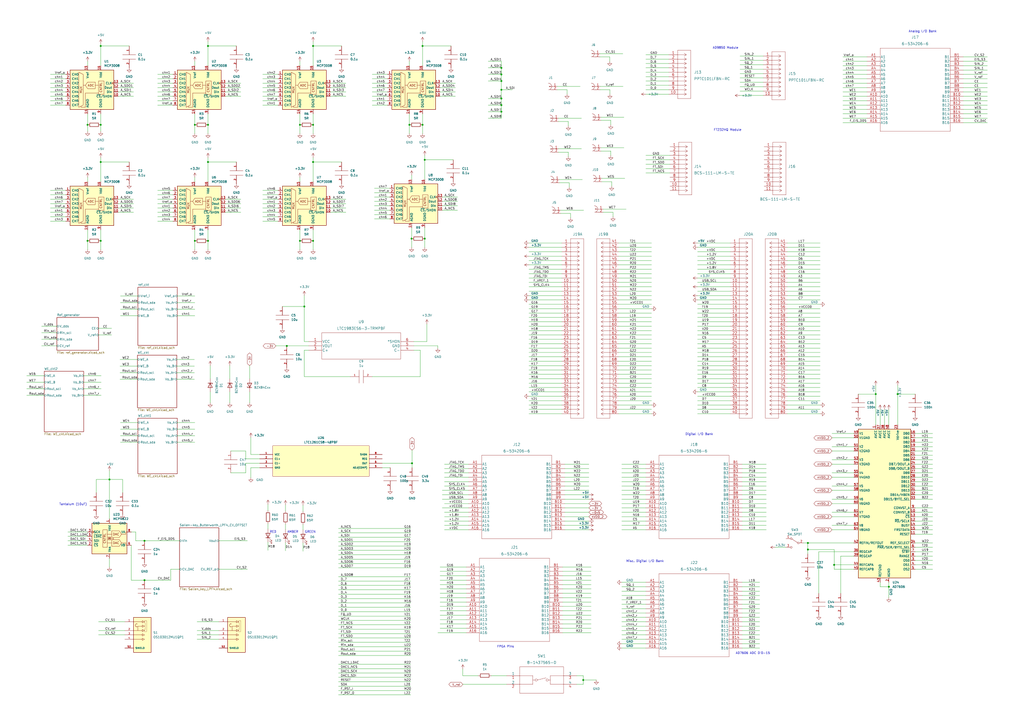
<source format=kicad_sch>
(kicad_sch (version 20211123) (generator eeschema)
  (paper "A2")
  (junction (at 237.49 72.39))
  (junction (at 120.65 139.7))
  (junction (at 83.82 313.69))
  (junction (at 468.63 318.77))
  (junction (at 176.53 177.8))
  (junction (at 181.61 93.98))
  (junction (at 50.8 139.7))
  (junction (at 290.83 57.15))
  (junction (at 58.42 72.39))
  (junction (at 290.83 52.07))
  (junction (at 239.014 268.732))
  (junction (at 468.63 314.96))
  (junction (at 181.61 26.67))
  (junction (at 338.328 394.462))
  (junction (at 120.65 26.67))
  (junction (at 83.82 336.55))
  (junction (at 290.83 43.18))
  (junction (at 290.83 39.37))
  (junction (at 238.76 138.43))
  (junction (at 63.5 278.13))
  (junction (at 58.42 139.7))
  (junction (at 58.42 26.67))
  (junction (at 181.61 72.39))
  (junction (at 173.99 139.7))
  (junction (at 120.65 93.98))
  (junction (at 483.87 327.66))
  (junction (at 515.62 340.36))
  (junction (at 113.03 72.39))
  (junction (at 290.83 64.77))
  (junction (at 520.7 228.6))
  (junction (at 120.65 72.39))
  (junction (at 246.38 138.43))
  (junction (at 290.83 60.96))
  (junction (at 113.03 139.7))
  (junction (at 173.99 72.39))
  (junction (at 245.11 26.67))
  (junction (at 290.83 46.99))
  (junction (at 58.42 93.98))
  (junction (at 50.8 72.39))
  (junction (at 246.38 92.71))
  (junction (at 181.61 139.7))
  (junction (at 245.11 72.39))
  (junction (at 508 228.6))
  (junction (at 166.37 200.66))
  (wire (pts (xy 358.902 240.03) (xy 377.952 240.03)))
  (wire (pts (xy 238.76 132.08) (xy 238.76 138.43)))
  (wire (pts (xy 256.54 121.92) (xy 265.43 121.92)))
  (wire (pts (xy 530.86 281.94) (xy 541.02 281.94)))
  (wire (pts (xy 191.77 53.34) (xy 200.66 53.34)))
  (wire (pts (xy 257.81 279.4) (xy 271.78 279.4)))
  (wire (pts (xy 330.2 108.585) (xy 330.2 106.045)))
  (wire (pts (xy 430.53 276.86) (xy 444.5 276.86)))
  (wire (pts (xy 326.39 346.71) (xy 342.9 346.71)))
  (wire (pts (xy 502.92 33.02) (xy 488.95 33.02)))
  (wire (pts (xy 91.44 48.26) (xy 100.33 48.26)))
  (wire (pts (xy 558.8 55.88) (xy 572.77 55.88)))
  (wire (pts (xy 237.49 72.39) (xy 237.49 77.47)))
  (wire (pts (xy 354.33 90.17) (xy 354.33 87.63)))
  (wire (pts (xy 404.622 151.13) (xy 423.672 151.13)))
  (wire (pts (xy 142.494 266.192) (xy 142.494 261.62)))
  (wire (pts (xy 482.6 307.34) (xy 495.3 307.34)))
  (wire (pts (xy 173.99 133.35) (xy 173.99 139.7)))
  (wire (pts (xy 256.54 294.64) (xy 271.78 294.64)))
  (wire (pts (xy 510.54 237.49) (xy 510.54 246.38)))
  (wire (pts (xy 530.86 264.16) (xy 541.02 264.16)))
  (wire (pts (xy 404.622 240.03) (xy 423.672 240.03)))
  (wire (pts (xy 181.61 24.13) (xy 181.61 26.67)))
  (wire (pts (xy 404.622 161.29) (xy 423.672 161.29)))
  (wire (pts (xy 358.902 171.45) (xy 377.952 171.45)))
  (wire (pts (xy 456.692 151.13) (xy 475.742 151.13)))
  (wire (pts (xy 196.342 364.998) (xy 238.252 364.998)))
  (wire (pts (xy 456.692 191.77) (xy 475.742 191.77)))
  (wire (pts (xy 196.342 324.358) (xy 238.252 324.358)))
  (wire (pts (xy 404.622 146.05) (xy 423.672 146.05)))
  (wire (pts (xy 404.622 176.53) (xy 423.672 176.53)))
  (wire (pts (xy 120.65 93.98) (xy 137.16 93.98)))
  (wire (pts (xy 91.44 43.18) (xy 100.33 43.18)))
  (wire (pts (xy 257.81 304.8) (xy 271.78 304.8)))
  (wire (pts (xy 404.622 168.91) (xy 423.672 168.91)))
  (wire (pts (xy 69.85 179.324) (xy 80.01 179.324)))
  (wire (pts (xy 404.622 189.23) (xy 423.672 189.23)))
  (wire (pts (xy 69.85 245.11) (xy 80.01 245.11)))
  (wire (pts (xy 113.03 66.04) (xy 113.03 72.39)))
  (wire (pts (xy 176.53 218.44) (xy 176.53 203.2)))
  (wire (pts (xy 482.6 276.86) (xy 495.3 276.86)))
  (wire (pts (xy 510.54 340.36) (xy 515.62 340.36)))
  (wire (pts (xy 196.342 339.598) (xy 238.252 339.598)))
  (wire (pts (xy 255.27 351.79) (xy 270.51 351.79)))
  (wire (pts (xy 255.27 50.8) (xy 264.16 50.8)))
  (wire (pts (xy 181.61 93.98) (xy 198.12 93.98)))
  (wire (pts (xy 173.99 72.39) (xy 173.99 77.47)))
  (wire (pts (xy 374.65 90.17) (xy 388.62 90.17)))
  (wire (pts (xy 430.53 340.36) (xy 440.69 340.36)))
  (wire (pts (xy 255.27 53.34) (xy 264.16 53.34)))
  (wire (pts (xy 468.63 321.31) (xy 468.63 318.77)))
  (wire (pts (xy 360.68 370.84) (xy 374.65 370.84)))
  (wire (pts (xy 430.53 294.64) (xy 444.5 294.64)))
  (wire (pts (xy 360.68 274.32) (xy 374.65 274.32)))
  (wire (pts (xy 173.99 35.56) (xy 173.99 38.1)))
  (wire (pts (xy 358.902 140.97) (xy 377.952 140.97)))
  (wire (pts (xy 57.15 368.3) (xy 72.39 368.3)))
  (wire (pts (xy 326.39 328.93) (xy 342.9 328.93)))
  (wire (pts (xy 63.5 273.05) (xy 63.5 278.13)))
  (wire (pts (xy 358.902 163.83) (xy 377.952 163.83)))
  (wire (pts (xy 69.85 175.514) (xy 80.01 175.514)))
  (wire (pts (xy 217.17 111.76) (xy 226.06 111.76)))
  (wire (pts (xy 306.832 173.99) (xy 325.882 173.99)))
  (wire (pts (xy 255.27 344.17) (xy 270.51 344.17)))
  (wire (pts (xy 360.68 353.06) (xy 374.65 353.06)))
  (wire (pts (xy 102.87 248.92) (xy 113.03 248.92)))
  (wire (pts (xy 196.342 400.558) (xy 238.252 400.558)))
  (wire (pts (xy 502.92 55.88) (xy 488.95 55.88)))
  (wire (pts (xy 175.768 293.116) (xy 175.768 296.672)))
  (wire (pts (xy 58.42 72.39) (xy 58.42 76.2)))
  (wire (pts (xy 256.54 289.56) (xy 271.78 289.56)))
  (wire (pts (xy 520.7 223.52) (xy 520.7 228.6)))
  (wire (pts (xy 306.832 140.97) (xy 325.882 140.97)))
  (wire (pts (xy 374.65 54.61) (xy 387.985 54.61)))
  (wire (pts (xy 196.342 390.398) (xy 238.252 390.398)))
  (wire (pts (xy 404.622 196.85) (xy 423.672 196.85)))
  (wire (pts (xy 91.44 120.65) (xy 100.33 120.65)))
  (wire (pts (xy 15.494 225.552) (xy 25.654 225.552)))
  (wire (pts (xy 71.12 285.75) (xy 71.12 278.13)))
  (wire (pts (xy 482.6 269.24) (xy 495.3 269.24)))
  (wire (pts (xy 29.21 50.8) (xy 38.1 50.8)))
  (wire (pts (xy 306.832 207.01) (xy 325.882 207.01)))
  (wire (pts (xy 530.86 304.8) (xy 541.02 304.8)))
  (wire (pts (xy 502.92 43.18) (xy 488.95 43.18)))
  (wire (pts (xy 306.832 156.21) (xy 325.882 156.21)))
  (wire (pts (xy 358.902 181.61) (xy 377.952 181.61)))
  (wire (pts (xy 502.92 38.1) (xy 488.95 38.1)))
  (wire (pts (xy 328.93 52.07) (xy 323.215 52.07)))
  (wire (pts (xy 360.68 284.48) (xy 374.65 284.48)))
  (wire (pts (xy 456.692 158.75) (xy 475.742 158.75)))
  (wire (pts (xy 57.15 360.68) (xy 72.39 360.68)))
  (wire (pts (xy 502.92 35.56) (xy 488.95 35.56)))
  (wire (pts (xy 191.77 118.11) (xy 200.66 118.11)))
  (wire (pts (xy 502.92 50.8) (xy 488.95 50.8)))
  (wire (pts (xy 68.58 55.88) (xy 77.47 55.88)))
  (wire (pts (xy 68.58 115.57) (xy 77.47 115.57)))
  (wire (pts (xy 257.81 274.32) (xy 271.78 274.32)))
  (wire (pts (xy 83.82 336.55) (xy 99.06 336.55)))
  (wire (pts (xy 360.68 368.3) (xy 374.65 368.3)))
  (wire (pts (xy 254 367.03) (xy 270.51 367.03)))
  (wire (pts (xy 113.03 133.35) (xy 113.03 139.7)))
  (wire (pts (xy 430.53 281.94) (xy 444.5 281.94)))
  (wire (pts (xy 283.21 64.77) (xy 290.83 64.77)))
  (wire (pts (xy 133.858 274.32) (xy 142.494 274.32)))
  (wire (pts (xy 191.77 48.26) (xy 200.66 48.26)))
  (wire (pts (xy 360.68 297.18) (xy 374.65 297.18)))
  (wire (pts (xy 290.83 46.99) (xy 290.83 52.07)))
  (wire (pts (xy 404.622 173.99) (xy 423.672 173.99)))
  (wire (pts (xy 530.86 325.12) (xy 541.02 325.12)))
  (wire (pts (xy 430.53 355.6) (xy 440.69 355.6)))
  (wire (pts (xy 530.86 269.24) (xy 541.02 269.24)))
  (wire (pts (xy 374.65 39.37) (xy 387.985 39.37)))
  (wire (pts (xy 114.3 370.84) (xy 127 370.84)))
  (wire (pts (xy 306.832 143.51) (xy 325.882 143.51)))
  (wire (pts (xy 99.06 336.55) (xy 99.06 330.2)))
  (wire (pts (xy 217.17 121.92) (xy 226.06 121.92)))
  (wire (pts (xy 456.692 186.69) (xy 475.742 186.69)))
  (wire (pts (xy 502.92 45.72) (xy 488.95 45.72)))
  (wire (pts (xy 91.44 118.11) (xy 100.33 118.11)))
  (wire (pts (xy 483.87 327.66) (xy 483.87 318.77)))
  (wire (pts (xy 374.65 46.99) (xy 387.985 46.99)))
  (wire (pts (xy 196.342 311.658) (xy 238.252 311.658)))
  (wire (pts (xy 102.616 216.154) (xy 112.776 216.154)))
  (wire (pts (xy 283.21 46.99) (xy 290.83 46.99)))
  (wire (pts (xy 404.622 158.75) (xy 423.672 158.75)))
  (wire (pts (xy 166.37 200.66) (xy 179.07 200.66)))
  (wire (pts (xy 255.27 328.93) (xy 270.51 328.93)))
  (wire (pts (xy 120.65 72.39) (xy 120.65 77.47)))
  (wire (pts (xy 69.85 252.73) (xy 80.01 252.73)))
  (wire (pts (xy 456.692 171.45) (xy 475.742 171.45)))
  (wire (pts (xy 429.26 52.832) (xy 442.722 52.832)))
  (wire (pts (xy 430.53 342.9) (xy 440.69 342.9)))
  (wire (pts (xy 144.78 212.09) (xy 144.78 219.71)))
  (wire (pts (xy 91.44 53.34) (xy 100.33 53.34)))
  (wire (pts (xy 520.7 228.6) (xy 520.7 246.38)))
  (wire (pts (xy 58.42 91.44) (xy 58.42 93.98)))
  (wire (pts (xy 121.92 227.33) (xy 121.92 233.68)))
  (wire (pts (xy 468.63 314.96) (xy 495.3 314.96)))
  (wire (pts (xy 515.62 237.49) (xy 515.62 246.38)))
  (wire (pts (xy 338.328 394.462) (xy 338.328 391.922)))
  (wire (pts (xy 217.17 127) (xy 226.06 127)))
  (wire (pts (xy 482.6 299.72) (xy 495.3 299.72)))
  (wire (pts (xy 39.37 308.61) (xy 50.8 308.61)))
  (wire (pts (xy 290.83 43.18) (xy 290.83 46.99)))
  (wire (pts (xy 338.328 394.462) (xy 345.948 394.462)))
  (wire (pts (xy 430.53 365.76) (xy 440.69 365.76)))
  (wire (pts (xy 456.692 217.17) (xy 475.742 217.17)))
  (wire (pts (xy 29.21 113.03) (xy 38.1 113.03)))
  (wire (pts (xy 306.832 151.13) (xy 325.882 151.13)))
  (wire (pts (xy 430.53 287.02) (xy 444.5 287.02)))
  (wire (pts (xy 58.42 93.98) (xy 58.42 105.41)))
  (wire (pts (xy 102.87 171.704) (xy 113.03 171.704)))
  (wire (pts (xy 196.342 377.698) (xy 238.252 377.698)))
  (wire (pts (xy 358.902 224.79) (xy 377.952 224.79)))
  (wire (pts (xy 306.832 176.53) (xy 325.882 176.53)))
  (wire (pts (xy 429.26 50.292) (xy 442.722 50.292)))
  (wire (pts (xy 68.58 123.19) (xy 77.47 123.19)))
  (wire (pts (xy 404.622 232.41) (xy 423.672 232.41)))
  (wire (pts (xy 429.006 55.372) (xy 442.722 55.372)))
  (wire (pts (xy 456.692 176.53) (xy 475.742 176.53)))
  (wire (pts (xy 482.6 297.18) (xy 495.3 297.18)))
  (wire (pts (xy 429.26 32.512) (xy 442.722 32.512)))
  (wire (pts (xy 360.68 294.64) (xy 374.65 294.64)))
  (wire (pts (xy 482.6 304.8) (xy 495.3 304.8)))
  (wire (pts (xy 558.8 53.34) (xy 572.77 53.34)))
  (wire (pts (xy 404.622 229.87) (xy 423.672 229.87)))
  (wire (pts (xy 558.8 68.58) (xy 572.77 68.58)))
  (wire (pts (xy 15.494 217.932) (xy 25.654 217.932)))
  (wire (pts (xy 530.86 320.04) (xy 541.02 320.04)))
  (wire (pts (xy 326.39 359.41) (xy 342.9 359.41)))
  (wire (pts (xy 374.65 41.91) (xy 387.985 41.91)))
  (wire (pts (xy 430.53 292.1) (xy 444.5 292.1)))
  (wire (pts (xy 50.8 102.87) (xy 50.8 105.41)))
  (wire (pts (xy 196.342 354.838) (xy 238.252 354.838)))
  (wire (pts (xy 91.44 58.42) (xy 100.33 58.42)))
  (wire (pts (xy 48.514 217.932) (xy 58.674 217.932)))
  (wire (pts (xy 358.902 186.69) (xy 377.952 186.69)))
  (wire (pts (xy 358.902 161.29) (xy 377.952 161.29)))
  (wire (pts (xy 530.86 307.34) (xy 541.02 307.34)))
  (wire (pts (xy 290.83 35.56) (xy 290.83 39.37)))
  (wire (pts (xy 191.77 115.57) (xy 200.66 115.57)))
  (wire (pts (xy 358.902 176.53) (xy 377.952 176.53)))
  (wire (pts (xy 255.27 48.26) (xy 264.16 48.26)))
  (wire (pts (xy 530.86 297.18) (xy 541.02 297.18)))
  (wire (pts (xy 121.92 212.09) (xy 121.92 219.71)))
  (wire (pts (xy 217.17 119.38) (xy 226.06 119.38)))
  (wire (pts (xy 306.832 153.67) (xy 325.882 153.67)))
  (wire (pts (xy 15.494 229.362) (xy 25.654 229.362)))
  (wire (pts (xy 323.215 50.165) (xy 336.55 50.165)))
  (wire (pts (xy 558.8 63.5) (xy 572.77 63.5)))
  (wire (pts (xy 327.66 284.48) (xy 341.63 284.48)))
  (wire (pts (xy 91.44 113.03) (xy 100.33 113.03)))
  (wire (pts (xy 497.84 228.6) (xy 508 228.6)))
  (wire (pts (xy 24.13 193.04) (xy 33.02 193.04)))
  (wire (pts (xy 155.448 303.784) (xy 155.448 306.832)))
  (wire (pts (xy 127 330.2) (xy 143.51 330.2)))
  (wire (pts (xy 456.692 153.67) (xy 475.742 153.67)))
  (wire (pts (xy 152.4 128.27) (xy 161.29 128.27)))
  (wire (pts (xy 50.8 66.04) (xy 50.8 72.39)))
  (wire (pts (xy 404.622 212.09) (xy 423.672 212.09)))
  (wire (pts (xy 515.62 337.82) (xy 515.62 340.36)))
  (wire (pts (xy 181.61 139.7) (xy 181.61 144.78)))
  (wire (pts (xy 456.692 143.51) (xy 475.742 143.51)))
  (wire (pts (xy 58.42 25.4) (xy 58.42 26.67)))
  (wire (pts (xy 50.8 133.35) (xy 50.8 139.7)))
  (wire (pts (xy 530.86 274.32) (xy 541.02 274.32)))
  (wire (pts (xy 306.832 146.05) (xy 325.882 146.05)))
  (wire (pts (xy 257.81 271.78) (xy 271.78 271.78)))
  (wire (pts (xy 360.68 302.26) (xy 374.65 302.26)))
  (wire (pts (xy 360.68 287.02) (xy 374.65 287.02)))
  (wire (pts (xy 430.53 345.44) (xy 440.69 345.44)))
  (wire (pts (xy 430.53 350.52) (xy 440.69 350.52)))
  (wire (pts (xy 120.65 26.67) (xy 120.65 38.1)))
  (wire (pts (xy 404.622 194.31) (xy 423.672 194.31)))
  (wire (pts (xy 191.77 55.88) (xy 200.66 55.88)))
  (wire (pts (xy 58.42 26.67) (xy 58.42 38.1)))
  (wire (pts (xy 243.84 218.44) (xy 243.84 203.2)))
  (wire (pts (xy 120.65 93.98) (xy 120.65 105.41)))
  (wire (pts (xy 181.61 26.67) (xy 181.61 38.1)))
  (wire (pts (xy 430.53 299.72) (xy 444.5 299.72)))
  (wire (pts (xy 358.902 158.75) (xy 377.952 158.75)))
  (wire (pts (xy 530.86 254) (xy 541.02 254)))
  (wire (pts (xy 530.86 302.26) (xy 541.02 302.26)))
  (wire (pts (xy 257.81 269.24) (xy 271.78 269.24)))
  (wire (pts (xy 215.9 58.42) (xy 224.79 58.42)))
  (wire (pts (xy 404.622 156.21) (xy 423.672 156.21)))
  (wire (pts (xy 360.68 337.82) (xy 374.65 337.82)))
  (wire (pts (xy 306.832 227.33) (xy 325.882 227.33)))
  (wire (pts (xy 325.247 121.92) (xy 338.582 121.92)))
  (wire (pts (xy 257.81 276.86) (xy 271.78 276.86)))
  (wire (pts (xy 237.49 66.04) (xy 237.49 72.39)))
  (wire (pts (xy 290.83 39.37) (xy 290.83 43.18)))
  (wire (pts (xy 360.68 340.36) (xy 374.65 340.36)))
  (wire (pts (xy 360.68 355.6) (xy 374.65 355.6)))
  (wire (pts (xy 69.596 208.534) (xy 79.756 208.534)))
  (wire (pts (xy 127 313.69) (xy 143.51 313.69)))
  (wire (pts (xy 255.27 349.25) (xy 270.51 349.25)))
  (wire (pts (xy 255.27 331.47) (xy 270.51 331.47)))
  (wire (pts (xy 24.13 200.66) (xy 33.02 200.66)))
  (wire (pts (xy 306.832 232.41) (xy 325.882 232.41)))
  (wire (pts (xy 24.13 196.85) (xy 33.02 196.85)))
  (wire (pts (xy 181.61 91.44) (xy 181.61 93.98)))
  (wire (pts (xy 120.65 133.35) (xy 120.65 139.7)))
  (wire (pts (xy 502.92 53.34) (xy 488.95 53.34)))
  (wire (pts (xy 203.2 218.44) (xy 176.53 218.44)))
  (wire (pts (xy 133.35 227.33) (xy 133.35 233.68)))
  (wire (pts (xy 196.342 380.238) (xy 238.252 380.238)))
  (wire (pts (xy 191.77 123.19) (xy 200.66 123.19)))
  (wire (pts (xy 558.8 45.72) (xy 572.77 45.72)))
  (wire (pts (xy 404.622 214.63) (xy 423.672 214.63)))
  (wire (pts (xy 430.53 353.06) (xy 440.69 353.06)))
  (wire (pts (xy 360.68 360.68) (xy 374.65 360.68)))
  (wire (pts (xy 329.692 88.265) (xy 323.977 88.265)))
  (wire (pts (xy 530.86 271.78) (xy 541.02 271.78)))
  (wire (pts (xy 360.68 350.52) (xy 374.65 350.52)))
  (wire (pts (xy 482.6 251.46) (xy 495.3 251.46)))
  (wire (pts (xy 215.9 55.88) (xy 224.79 55.88)))
  (wire (pts (xy 68.58 53.34) (xy 77.47 53.34)))
  (wire (pts (xy 358.902 237.49) (xy 377.952 237.49)))
  (wire (pts (xy 358.902 234.95) (xy 377.952 234.95)))
  (wire (pts (xy 360.68 269.24) (xy 374.65 269.24)))
  (wire (pts (xy 558.8 43.18) (xy 572.77 43.18)))
  (wire (pts (xy 338.328 391.922) (xy 334.518 391.922)))
  (wire (pts (xy 91.44 123.19) (xy 100.33 123.19)))
  (wire (pts (xy 323.977 68.58) (xy 337.312 68.58)))
  (wire (pts (xy 215.9 53.34) (xy 224.79 53.34)))
  (wire (pts (xy 29.21 53.34) (xy 38.1 53.34)))
  (wire (pts (xy 152.4 110.49) (xy 161.29 110.49)))
  (wire (pts (xy 176.53 177.8) (xy 176.53 171.45)))
  (wire (pts (xy 353.695 33.02) (xy 347.98 33.02)))
  (wire (pts (xy 374.65 31.75) (xy 387.985 31.75)))
  (wire (pts (xy 277.368 391.922) (xy 268.478 391.922)))
  (wire (pts (xy 306.832 158.75) (xy 325.882 158.75)))
  (wire (pts (xy 530.86 266.7) (xy 541.02 266.7)))
  (wire (pts (xy 430.53 279.4) (xy 444.5 279.4)))
  (wire (pts (xy 354.33 72.39) (xy 354.33 69.85)))
  (wire (pts (xy 326.39 354.33) (xy 342.9 354.33)))
  (wire (pts (xy 152.4 53.34) (xy 161.29 53.34)))
  (wire (pts (xy 404.622 163.83) (xy 423.672 163.83)))
  (wire (pts (xy 50.8 35.56) (xy 50.8 38.1)))
  (wire (pts (xy 374.65 34.29) (xy 387.985 34.29)))
  (wire (pts (xy 306.832 204.47) (xy 325.882 204.47)))
  (wire (pts (xy 341.63 304.8) (xy 327.66 304.8)))
  (wire (pts (xy 160.02 200.66) (xy 166.37 200.66)))
  (wire (pts (xy 283.21 60.96) (xy 290.83 60.96)))
  (wire (pts (xy 456.692 146.05) (xy 475.742 146.05)))
  (wire (pts (xy 196.342 403.098) (xy 238.252 403.098)))
  (wire (pts (xy 238.76 101.6) (xy 238.76 104.14)))
  (wire (pts (xy 326.39 331.47) (xy 342.9 331.47)))
  (wire (pts (xy 358.902 151.13) (xy 377.952 151.13)))
  (wire (pts (xy 456.692 199.39) (xy 475.742 199.39)))
  (wire (pts (xy 102.87 256.54) (xy 113.03 256.54)))
  (wire (pts (xy 104.14 330.2) (xy 99.06 330.2)))
  (wire (pts (xy 181.61 93.98) (xy 181.61 105.41)))
  (wire (pts (xy 430.53 297.18) (xy 444.5 297.18)))
  (wire (pts (xy 130.81 50.8) (xy 139.7 50.8)))
  (wire (pts (xy 102.87 183.134) (xy 113.03 183.134)))
  (wire (pts (xy 355.6 125.73) (xy 355.6 123.19)))
  (wire (pts (xy 63.5 323.85) (xy 63.5 328.93)))
  (wire (pts (xy 152.4 45.72) (xy 161.29 45.72)))
  (wire (pts (xy 191.77 120.65) (xy 200.66 120.65)))
  (wire (pts (xy 360.68 279.4) (xy 374.65 279.4)))
  (wire (pts (xy 456.692 196.85) (xy 475.742 196.85)))
  (wire (pts (xy 306.832 181.61) (xy 325.882 181.61)))
  (wire (pts (xy 306.832 222.25) (xy 325.882 222.25)))
  (wire (pts (xy 145.542 271.272) (xy 145.542 277.114)))
  (wire (pts (xy 196.342 321.818) (xy 238.252 321.818)))
  (wire (pts (xy 358.902 222.25) (xy 377.952 222.25)))
  (wire (pts (xy 348.107 50.165) (xy 361.442 50.165)))
  (wire (pts (xy 76.2 336.55) (xy 83.82 336.55)))
  (wire (pts (xy 196.342 387.858) (xy 238.252 387.858)))
  (wire (pts (xy 142.494 266.192) (xy 150.622 266.192)))
  (wire (pts (xy 360.68 292.1) (xy 374.65 292.1)))
  (wire (pts (xy 374.65 52.07) (xy 387.985 52.07)))
  (wire (pts (xy 24.13 189.23) (xy 33.02 189.23)))
  (wire (pts (xy 48.514 221.742) (xy 58.674 221.742)))
  (wire (pts (xy 246.38 138.43) (xy 246.38 143.51)))
  (wire (pts (xy 330.962 126.365) (xy 330.962 123.825)))
  (wire (pts (xy 39.37 313.69) (xy 50.8 313.69)))
  (wire (pts (xy 326.39 361.95) (xy 342.9 361.95)))
  (wire (pts (xy 456.692 219.71) (xy 475.742 219.71)))
  (wire (pts (xy 29.21 58.42) (xy 38.1 58.42)))
  (wire (pts (xy 39.37 311.15) (xy 50.8 311.15)))
  (wire (pts (xy 429.26 42.672) (xy 442.722 42.672)))
  (wire (pts (xy 530.86 284.48) (xy 541.02 284.48)))
  (wire (pts (xy 175.768 304.292) (xy 175.768 307.34)))
  (wire (pts (xy 358.902 189.23) (xy 377.952 189.23)))
  (wire (pts (xy 306.832 196.85) (xy 325.882 196.85)))
  (wire (pts (xy 215.9 50.8) (xy 224.79 50.8)))
  (wire (pts (xy 530.86 330.2) (xy 541.02 330.2)))
  (wire (pts (xy 306.832 184.15) (xy 325.882 184.15)))
  (wire (pts (xy 181.61 26.67) (xy 198.12 26.67)))
  (wire (pts (xy 502.92 63.5) (xy 488.95 63.5)))
  (wire (pts (xy 510.54 337.82) (xy 510.54 340.36)))
  (wire (pts (xy 326.39 341.63) (xy 342.9 341.63)))
  (wire (pts (xy 404.622 179.07) (xy 423.672 179.07)))
  (wire (pts (xy 430.53 304.8) (xy 444.5 304.8)))
  (wire (pts (xy 255.27 361.95) (xy 270.51 361.95)))
  (wire (pts (xy 196.342 306.578) (xy 238.252 306.578)))
  (wire (pts (xy 374.65 95.25) (xy 388.62 95.25)))
  (wire (pts (xy 429.26 47.752) (xy 442.722 47.752)))
  (wire (pts (xy 306.832 209.55) (xy 325.882 209.55)))
  (wire (pts (xy 181.61 66.04) (xy 181.61 72.39)))
  (wire (pts (xy 152.4 50.8) (xy 161.29 50.8)))
  (wire (pts (xy 429.26 45.212) (xy 442.722 45.212)))
  (wire (pts (xy 430.53 274.32) (xy 444.5 274.32)))
  (wire (pts (xy 456.692 232.41) (xy 475.742 232.41)))
  (wire (pts (xy 404.622 184.15) (xy 423.672 184.15)))
  (wire (pts (xy 306.832 199.39) (xy 325.882 199.39)))
  (wire (pts (xy 83.82 313.69) (xy 104.14 313.69)))
  (wire (pts (xy 495.3 320.04) (xy 474.98 320.04)))
  (wire (pts (xy 358.902 153.67) (xy 377.952 153.67)))
  (wire (pts (xy 152.4 60.96) (xy 161.29 60.96)))
  (wire (pts (xy 456.692 173.99) (xy 475.742 173.99)))
  (wire (pts (xy 256.54 114.3) (xy 265.43 114.3)))
  (wire (pts (xy 456.692 161.29) (xy 475.742 161.29)))
  (wire (pts (xy 306.832 219.71) (xy 325.882 219.71)))
  (wire (pts (xy 374.65 92.71) (xy 388.62 92.71)))
  (wire (pts (xy 508 223.52) (xy 508 228.6)))
  (wire (pts (xy 328.93 54.61) (xy 328.93 52.07)))
  (wire (pts (xy 68.58 48.26) (xy 77.47 48.26)))
  (wire (pts (xy 15.494 221.742) (xy 25.654 221.742)))
  (wire (pts (xy 326.39 336.55) (xy 342.9 336.55)))
  (wire (pts (xy 196.342 349.758) (xy 238.252 349.758)))
  (wire (pts (xy 102.616 219.964) (xy 112.776 219.964)))
  (wire (pts (xy 48.514 229.362) (xy 58.674 229.362)))
  (wire (pts (xy 374.65 100.33) (xy 388.62 100.33)))
  (wire (pts (xy 358.902 143.51) (xy 377.952 143.51)))
  (wire (pts (xy 255.27 339.09) (xy 270.51 339.09)))
  (wire (pts (xy 245.11 24.13) (xy 245.11 26.67)))
  (wire (pts (xy 306.832 171.45) (xy 325.882 171.45)))
  (wire (pts (xy 91.44 128.27) (xy 100.33 128.27)))
  (wire (pts (xy 326.39 356.87) (xy 342.9 356.87)))
  (wire (pts (xy 283.21 35.56) (xy 290.83 35.56)))
  (wire (pts (xy 68.58 50.8) (xy 77.47 50.8)))
  (wire (pts (xy 374.65 44.45) (xy 387.985 44.45)))
  (wire (pts (xy 360.68 345.44) (xy 374.65 345.44)))
  (wire (pts (xy 360.68 375.92) (xy 374.65 375.92)))
  (wire (pts (xy 120.65 66.04) (xy 120.65 72.39)))
  (wire (pts (xy 290.83 52.07) (xy 290.83 57.15)))
  (wire (pts (xy 196.342 329.438) (xy 238.252 329.438)))
  (wire (pts (xy 404.622 237.49) (xy 423.672 237.49)))
  (wire (pts (xy 404.622 209.55) (xy 423.672 209.55)))
  (wire (pts (xy 290.83 57.15) (xy 290.83 60.96)))
  (wire (pts (xy 520.7 228.6) (xy 530.86 228.6)))
  (wire (pts (xy 456.692 163.83) (xy 475.742 163.83)))
  (wire (pts (xy 306.832 179.07) (xy 325.882 179.07)))
  (wire (pts (xy 196.342 398.018) (xy 238.252 398.018)))
  (wire (pts (xy 145.542 253.746) (xy 145.542 263.652)))
  (wire (pts (xy 347.98 31.115) (xy 361.315 31.115)))
  (wire (pts (xy 530.86 322.58) (xy 541.02 322.58)))
  (wire (pts (xy 456.692 194.31) (xy 475.742 194.31)))
  (wire (pts (xy 404.622 224.79) (xy 423.672 224.79)))
  (wire (pts (xy 354.838 107.95) (xy 354.838 105.41)))
  (wire (pts (xy 502.92 48.26) (xy 488.95 48.26)))
  (wire (pts (xy 256.54 116.84) (xy 265.43 116.84)))
  (wire (pts (xy 306.832 237.49) (xy 325.882 237.49)))
  (wire (pts (xy 78.74 308.61) (xy 76.2 308.61)))
  (wire (pts (xy 530.86 287.02) (xy 541.02 287.02)))
  (wire (pts (xy 29.21 120.65) (xy 38.1 120.65)))
  (wire (pts (xy 91.44 50.8) (xy 100.33 50.8)))
  (wire (pts (xy 63.5 278.13) (xy 63.5 300.99)))
  (wire (pts (xy 113.03 102.87) (xy 113.03 105.41)))
  (wire (pts (xy 360.68 363.22) (xy 374.65 363.22)))
  (wire (pts (xy 114.3 360.68) (xy 127 360.68)))
  (wire (pts (xy 256.54 119.38) (xy 265.43 119.38)))
  (wire (pts (xy 327.66 269.24) (xy 341.63 269.24)))
  (wire (pts (xy 196.342 395.478) (xy 238.252 395.478)))
  (wire (pts (xy 130.81 53.34) (xy 139.7 53.34)))
  (wire (pts (xy 113.03 139.7) (xy 113.03 144.78)))
  (wire (pts (xy 502.92 66.04) (xy 488.95 66.04)))
  (wire (pts (xy 354.838 105.41) (xy 349.123 105.41)))
  (wire (pts (xy 482.6 281.94) (xy 495.3 281.94)))
  (wire (pts (xy 430.53 373.38) (xy 440.69 373.38)))
  (wire (pts (xy 78.74 313.69) (xy 78.74 308.61)))
  (wire (pts (xy 430.53 360.68) (xy 440.69 360.68)))
  (wire (pts (xy 255.27 346.71) (xy 270.51 346.71)))
  (wire (pts (xy 239.014 261.112) (xy 239.014 268.732)))
  (wire (pts (xy 483.87 318.77) (xy 468.63 318.77)))
  (wire (pts (xy 155.448 292.608) (xy 155.448 296.164)))
  (wire (pts (xy 176.53 203.2) (xy 179.07 203.2)))
  (wire (pts (xy 358.902 184.15) (xy 377.952 184.15)))
  (wire (pts (xy 456.692 214.63) (xy 475.742 214.63)))
  (wire (pts (xy 196.342 392.938) (xy 238.252 392.938)))
  (wire (pts (xy 404.622 207.01) (xy 423.672 207.01)))
  (wire (pts (xy 256.54 284.48) (xy 271.78 284.48)))
  (wire (pts (xy 306.832 240.03) (xy 325.882 240.03)))
  (wire (pts (xy 327.66 279.4) (xy 341.63 279.4)))
  (wire (pts (xy 217.17 116.84) (xy 226.06 116.84)))
  (wire (pts (xy 358.902 219.71) (xy 377.952 219.71)))
  (wire (pts (xy 358.902 146.05) (xy 377.952 146.05)))
  (wire (pts (xy 483.87 327.66) (xy 483.87 330.2)))
  (wire (pts (xy 482.6 284.48) (xy 495.3 284.48)))
  (wire (pts (xy 341.63 307.34) (xy 327.66 307.34)))
  (wire (pts (xy 306.832 186.69) (xy 325.882 186.69)))
  (wire (pts (xy 530.86 279.4) (xy 541.02 279.4)))
  (wire (pts (xy 306.832 194.31) (xy 325.882 194.31)))
  (wire (pts (xy 558.8 33.02) (xy 572.77 33.02)))
  (wire (pts (xy 430.53 375.92) (xy 440.69 375.92)))
  (wire (pts (xy 29.21 115.57) (xy 38.1 115.57)))
  (wire (pts (xy 330.2 106.045) (xy 324.485 106.045)))
  (wire (pts (xy 91.44 45.72) (xy 100.33 45.72)))
  (wire (pts (xy 530.86 259.08) (xy 541.02 259.08)))
  (wire (pts (xy 326.39 351.79) (xy 342.9 351.79)))
  (wire (pts (xy 255.27 334.01) (xy 270.51 334.01)))
  (wire (pts (xy 306.832 189.23) (xy 325.882 189.23)))
  (wire (pts (xy 55.88 285.75) (xy 55.88 278.13)))
  (wire (pts (xy 456.692 166.37) (xy 475.742 166.37)))
  (wire (pts (xy 306.832 168.91) (xy 325.882 168.91)))
  (wire (pts (xy 404.622 199.39) (xy 423.672 199.39)))
  (wire (pts (xy 358.902 173.99) (xy 377.952 173.99)))
  (wire (pts (xy 152.4 125.73) (xy 161.29 125.73)))
  (wire (pts (xy 530.86 256.54) (xy 541.02 256.54)))
  (wire (pts (xy 326.39 349.25) (xy 342.9 349.25)))
  (wire (pts (xy 341.63 289.56) (xy 327.66 289.56)))
  (wire (pts (xy 404.622 217.17) (xy 423.672 217.17)))
  (wire (pts (xy 330.962 123.825) (xy 325.247 123.825)))
  (wire (pts (xy 374.65 97.79) (xy 388.62 97.79)))
  (wire (pts (xy 215.9 60.96) (xy 224.79 60.96)))
  (wire (pts (xy 482.6 266.7) (xy 495.3 266.7)))
  (wire (pts (xy 495.3 330.2) (xy 483.87 330.2)))
  (wire (pts (xy 257.81 302.26) (xy 271.78 302.26)))
  (wire (pts (xy 360.68 365.76) (xy 374.65 365.76)))
  (wire (pts (xy 353.695 35.56) (xy 353.695 33.02)))
  (wire (pts (xy 246.38 132.08) (xy 246.38 138.43)))
  (wire (pts (xy 360.68 289.56) (xy 374.65 289.56)))
  (wire (pts (xy 482.6 254) (xy 495.3 254)))
  (wire (pts (xy 76.2 316.23) (xy 76.2 336.55)))
  (wire (pts (xy 329.692 90.805) (xy 329.692 88.265)))
  (wire (pts (xy 530.86 251.46) (xy 541.02 251.46)))
  (wire (pts (xy 329.692 70.485) (xy 323.977 70.485)))
  (wire (pts (xy 358.902 204.47) (xy 377.952 204.47)))
  (wire (pts (xy 358.902 191.77) (xy 377.952 191.77)))
  (wire (pts (xy 404.622 181.61) (xy 423.672 181.61)))
  (wire (pts (xy 290.83 64.77) (xy 290.83 68.58)))
  (wire (pts (xy 120.65 24.13) (xy 120.65 26.67)))
  (wire (pts (xy 530.86 289.56) (xy 541.02 289.56)))
  (wire (pts (xy 456.692 140.97) (xy 475.742 140.97)))
  (wire (pts (xy 456.692 179.07) (xy 475.742 179.07)))
  (wire (pts (xy 515.62 340.36) (xy 515.62 346.71)))
  (wire (pts (xy 341.63 287.02) (xy 327.66 287.02)))
  (wire (pts (xy 468.63 318.77) (xy 468.63 314.96)))
  (wire (pts (xy 29.21 118.11) (xy 38.1 118.11)))
  (wire (pts (xy 255.27 364.49) (xy 270.51 364.49)))
  (wire (pts (xy 456.692 148.59) (xy 475.742 148.59)))
  (wire (pts (xy 240.03 198.12) (xy 247.65 198.12)))
  (wire (pts (xy 57.15 194.31) (xy 64.77 194.31)))
  (wire (pts (xy 530.86 309.88) (xy 541.02 309.88)))
  (wire (pts (xy 324.485 104.14) (xy 337.82 104.14)))
  (wire (pts (xy 58.42 26.67) (xy 74.93 26.67)))
  (wire (pts (xy 29.21 43.18) (xy 38.1 43.18)))
  (wire (pts (xy 358.902 156.21) (xy 377.952 156.21)))
  (wire (pts (xy 358.902 194.31) (xy 377.952 194.31)))
  (wire (pts (xy 456.692 222.25) (xy 475.742 222.25)))
  (wire (pts (xy 102.87 179.324) (xy 113.03 179.324)))
  (wire (pts (xy 217.17 124.46) (xy 226.06 124.46)))
  (wire (pts (xy 215.9 218.44) (xy 243.84 218.44)))
  (wire (pts (xy 456.692 168.91) (xy 475.742 168.91)))
  (wire (pts (xy 429.26 35.052) (xy 442.722 35.052)))
  (wire (pts (xy 215.9 48.26) (xy 224.79 48.26)))
  (wire (pts (xy 355.6 123.19) (xy 349.885 123.19)))
  (wire (pts (xy 360.68 281.94) (xy 374.65 281.94)))
  (wire (pts (xy 175.768 314.96) (xy 175.768 319.786)))
  (wire (pts (xy 358.902 232.41) (xy 377.952 232.41)))
  (wire (pts (xy 360.68 342.9) (xy 374.65 342.9)))
  (wire (pts (xy 152.4 43.18) (xy 161.29 43.18)))
  (wire (pts (xy 326.39 339.09) (xy 342.9 339.09)))
  (wire (pts (xy 196.342 314.198) (xy 238.252 314.198)))
  (wire (pts (xy 353.822 52.07) (xy 348.107 52.07)))
  (wire (pts (xy 360.68 304.8) (xy 374.65 304.8)))
  (wire (pts (xy 196.342 342.138) (xy 238.252 342.138)))
  (wire (pts (xy 358.902 227.33) (xy 377.952 227.33)))
  (wire (pts (xy 358.902 209.55) (xy 377.952 209.55)))
  (wire (pts (xy 257.81 281.94) (xy 271.78 281.94)))
  (wire (pts (xy 502.92 71.12) (xy 488.95 71.12)))
  (wire (pts (xy 152.4 118.11) (xy 161.29 118.11)))
  (wire (pts (xy 102.616 212.344) (xy 112.776 212.344)))
  (wire (pts (xy 430.53 337.82) (xy 440.69 337.82)))
  (wire (pts (xy 246.38 90.17) (xy 246.38 92.71)))
  (wire (pts (xy 29.21 125.73) (xy 38.1 125.73)))
  (wire (pts (xy 306.832 163.83) (xy 325.882 163.83)))
  (wire (pts (xy 114.3 368.3) (xy 127 368.3)))
  (wire (pts (xy 404.622 153.67) (xy 423.672 153.67)))
  (wire (pts (xy 290.83 60.96) (xy 290.83 64.77)))
  (wire (pts (xy 152.4 113.03) (xy 161.29 113.03)))
  (wire (pts (xy 404.622 191.77) (xy 423.672 191.77)))
  (wire (pts (xy 150.622 271.272) (xy 145.542 271.272)))
  (wire (pts (xy 29.21 48.26) (xy 38.1 48.26)))
  (wire (pts (xy 558.8 71.12) (xy 572.77 71.12)))
  (wire (pts (xy 558.8 50.8) (xy 572.77 50.8)))
  (wire (pts (xy 69.85 183.134) (xy 80.01 183.134)))
  (wire (pts (xy 513.08 237.49) (xy 513.08 246.38)))
  (wire (pts (xy 558.8 38.1) (xy 572.77 38.1)))
  (wire (pts (xy 338.328 397.002) (xy 338.328 394.462)))
  (wire (pts (xy 429.26 40.132) (xy 442.722 40.132)))
  (wire (pts (xy 326.39 344.17) (xy 342.9 344.17)))
  (wire (pts (xy 165.608 314.706) (xy 165.608 319.532)))
  (wire (pts (xy 349.123 103.505) (xy 362.458 103.505)))
  (wire (pts (xy 268.478 391.922) (xy 268.478 388.112)))
  (wire (pts (xy 404.622 148.59) (xy 423.672 148.59)))
  (wire (pts (xy 306.832 214.63) (xy 325.882 214.63)))
  (wire (pts (xy 196.342 316.738) (xy 238.252 316.738)))
  (wire (pts (xy 150.622 268.732) (xy 142.494 268.732)))
  (wire (pts (xy 245.11 26.67) (xy 245.11 38.1)))
  (wire (pts (xy 217.17 109.22) (xy 226.06 109.22)))
  (wire (pts (xy 404.622 222.25) (xy 423.672 222.25)))
  (wire (pts (xy 341.63 294.64) (xy 327.66 294.64)))
  (wire (pts (xy 456.692 209.55) (xy 475.742 209.55)))
  (wire (pts (xy 69.85 171.704) (xy 80.01 171.704)))
  (wire (pts (xy 257.81 307.34) (xy 271.78 307.34)))
  (wire (pts (xy 326.39 367.03) (xy 342.9 367.03)))
  (wire (pts (xy 456.692 224.79) (xy 475.742 224.79)))
  (wire (pts (xy 404.622 201.93) (xy 423.672 201.93)))
  (wire (pts (xy 456.692 204.47) (xy 475.742 204.47)))
  (wire (pts (xy 152.4 58.42) (xy 161.29 58.42)))
  (wire (pts (xy 120.65 26.67) (xy 137.16 26.67)))
  (wire (pts (xy 239.014 268.732) (xy 239.014 271.272)))
  (wire (pts (xy 196.342 352.298) (xy 238.252 352.298)))
  (wire (pts (xy 133.35 212.09) (xy 133.35 219.71)))
  (wire (pts (xy 29.21 45.72) (xy 38.1 45.72)))
  (wire (pts (xy 404.622 219.71) (xy 423.672 219.71)))
  (wire (pts (xy 456.692 181.61) (xy 475.742 181.61)))
  (wire (pts (xy 165.608 292.862) (xy 165.608 296.418)))
  (wire (pts (xy 306.832 217.17) (xy 325.882 217.17)))
  (wire (pts (xy 173.99 102.87) (xy 173.99 105.41)))
  (wire (pts (xy 196.342 326.898) (xy 238.252 326.898)))
  (wire (pts (xy 456.692 156.21) (xy 475.742 156.21)))
  (wire (pts (xy 474.98 320.04) (xy 474.98 344.17)))
  (wire (pts (xy 358.902 199.39) (xy 377.952 199.39)))
  (wire (pts (xy 78.74 313.69) (xy 83.82 313.69)))
  (wire (pts (xy 102.87 175.514) (xy 113.03 175.514)))
  (wire (pts (xy 173.99 139.7) (xy 173.99 144.78)))
  (wire (pts (xy 181.61 133.35) (xy 181.61 139.7)))
  (wire (pts (xy 456.692 240.03) (xy 475.742 240.03)))
  (wire (pts (xy 334.518 397.002) (xy 338.328 397.002)))
  (wire (pts (xy 176.53 198.12) (xy 176.53 177.8)))
  (wire (pts (xy 306.832 229.87) (xy 325.882 229.87)))
  (wire (pts (xy 430.53 271.78) (xy 444.5 271.78)))
  (wire (pts (xy 482.6 292.1) (xy 495.3 292.1)))
  (wire (pts (xy 102.87 252.73) (xy 113.03 252.73)))
  (wire (pts (xy 456.692 189.23) (xy 475.742 189.23)))
  (wire (pts (xy 404.622 171.45) (xy 423.672 171.45)))
  (wire (pts (xy 430.53 269.24) (xy 444.5 269.24)))
  (wire (pts (xy 358.902 148.59) (xy 377.952 148.59)))
  (wire (pts (xy 142.494 268.732) (xy 142.494 274.32)))
  (wire (pts (xy 404.622 204.47) (xy 423.672 204.47)))
  (wire (pts (xy 257.81 297.18) (xy 271.78 297.18)))
  (wire (pts (xy 58.42 133.35) (xy 58.42 139.7)))
  (wire (pts (xy 358.902 207.01) (xy 377.952 207.01)))
  (wire (pts (xy 91.44 55.88) (xy 100.33 55.88)))
  (wire (pts (xy 246.38 92.71) (xy 262.89 92.71)))
  (wire (pts (xy 196.342 385.318) (xy 238.252 385.318)))
  (wire (pts (xy 456.692 234.95) (xy 475.742 234.95)))
  (wire (pts (xy 502.92 60.96) (xy 488.95 60.96)))
  (wire (pts (xy 283.21 57.15) (xy 290.83 57.15)))
  (wire (pts (xy 245.11 66.04) (xy 245.11 72.39)))
  (wire (pts (xy 306.832 148.59) (xy 325.882 148.59)))
  (wire (pts (xy 358.902 214.63) (xy 377.952 214.63)))
  (wire (pts (xy 152.4 55.88) (xy 161.29 55.88)))
  (wire (pts (xy 130.81 115.57) (xy 139.7 115.57)))
  (wire (pts (xy 58.42 66.04) (xy 58.42 72.39)))
  (wire (pts (xy 155.448 314.452) (xy 155.448 319.278)))
  (wire (pts (xy 348.615 85.725) (xy 361.95 85.725)))
  (wire (pts (xy 483.87 327.66) (xy 495.3 327.66)))
  (wire (pts (xy 215.9 45.72) (xy 224.79 45.72)))
  (wire (pts (xy 404.622 227.33) (xy 423.672 227.33)))
  (wire (pts (xy 255.27 354.33) (xy 270.51 354.33)))
  (wire (pts (xy 360.68 276.86) (xy 374.65 276.86)))
  (wire (pts (xy 306.832 166.37) (xy 325.882 166.37)))
  (wire (pts (xy 255.27 336.55) (xy 270.51 336.55)))
  (wire (pts (xy 255.27 55.88) (xy 264.16 55.88)))
  (wire (pts (xy 144.78 227.33) (xy 144.78 233.68)))
  (wire (pts (xy 68.58 118.11) (xy 77.47 118.11)))
  (wire (pts (xy 502.92 68.58) (xy 488.95 68.58)))
  (wire (pts (xy 430.53 368.3) (xy 440.69 368.3)))
  (wire (pts (xy 360.68 271.78) (xy 374.65 271.78)))
  (wire (pts (xy 558.8 66.04) (xy 572.77 66.04)))
  (wire (pts (xy 558.8 60.96) (xy 572.77 60.96)))
  (wire (pts (xy 430.53 363.22) (xy 440.69 363.22)))
  (wire (pts (xy 404.622 234.95) (xy 423.672 234.95)))
  (wire (pts (xy 152.4 120.65) (xy 161.29 120.65)))
  (wire (pts (xy 530.86 276.86) (xy 541.02 276.86)))
  (wire (pts (xy 487.68 344.17) (xy 487.68 322.58)))
  (wire (pts (xy 306.832 201.93) (xy 325.882 201.93)))
  (wire (pts (xy 326.39 334.01) (xy 342.9 334.01)))
  (wire (pts (xy 456.692 201.93) (xy 475.742 201.93)))
  (wire (pts (xy 196.342 319.278) (xy 238.252 319.278)))
  (wire (pts (xy 530.86 261.62) (xy 541.02 261.62)))
  (wire (pts (xy 482.6 289.56) (xy 495.3 289.56)))
  (wire (pts (xy 508 228.6) (xy 508 246.38)))
  (wire (pts (xy 358.902 217.17) (xy 377.952 217.17)))
  (wire (pts (xy 327.66 271.78) (xy 341.63 271.78)))
  (wire (pts (xy 329.692 73.025) (xy 329.692 70.485)))
  (wire (pts (xy 29.21 60.96) (xy 38.1 60.96)))
  (wire (pts (xy 374.65 36.83) (xy 387.985 36.83)))
  (wire (pts (xy 326.39 364.49) (xy 342.9 364.49)))
  (wire (pts (xy 91.44 125.73) (xy 100.33 125.73)))
  (wire (pts (xy 245.11 26.67) (xy 261.62 26.67)))
  (wire (pts (xy 57.15 190.5) (xy 64.77 190.5)))
  (wire (pts (xy 152.4 48.26) (xy 161.29 48.26)))
  (wire (pts (xy 196.342 347.218) (xy 238.252 347.218)))
  (wire (pts (xy 71.12 278.13) (xy 63.5 278.13)))
  (wire (pts (xy 558.8 35.56) (xy 572.77 35.56)))
  (wire (pts (xy 113.03 72.39) (xy 113.03 77.47)))
  (wire (pts (xy 466.09 314.96) (xy 468.63 314.96)))
  (wire (pts (xy 358.902 201.93) (xy 377.952 201.93)))
  (wire (pts (xy 69.85 256.54) (xy 80.01 256.54)))
  (wire (pts (xy 530.86 317.5) (xy 541.02 317.5)))
  (wire (pts (xy 482.6 274.32) (xy 495.3 274.32)))
  (wire (pts (xy 530.86 294.64) (xy 541.02 294.64)))
  (wire (pts (xy 530.86 299.72) (xy 541.02 299.72)))
  (wire (pts (xy 354.33 87.63) (xy 348.615 87.63)))
  (wire (pts (xy 130.81 123.19) (xy 139.7 123.19)))
  (wire (pts (xy 374.65 49.53) (xy 387.985 49.53)))
  (wire (pts (xy 68.58 120.65) (xy 77.47 120.65)))
  (wire (pts (xy 165.608 304.038) (xy 165.608 307.086)))
  (wire (pts (xy 456.692 237.49) (xy 475.742 237.49)))
  (wire (pts (xy 29.21 55.88) (xy 38.1 55.88)))
  (wire (pts (xy 217.17 114.3) (xy 226.06 114.3)))
  (wire (pts (xy 196.342 334.518) (xy 238.252 334.518)))
  (wire (pts (xy 306.832 161.29) (xy 325.882 161.29)))
  (wire (pts (xy 120.65 91.44) (xy 120.65 93.98)))
  (wire (pts (xy 430.53 307.34) (xy 444.5 307.34)))
  (wire (pts (xy 29.21 123.19) (xy 38.1 123.19)))
  (wire (pts (xy 360.68 307.34) (xy 374.65 307.34)))
  (wire (pts (xy 456.692 207.01) (xy 475.742 207.01)))
  (wire (pts (xy 358.902 229.87) (xy 377.952 229.87)))
  (wire (pts (xy 430.53 302.26) (xy 444.5 302.26)))
  (wire (pts (xy 114.3 365.76) (xy 127 365.76)))
  (wire (pts (xy 50.8 72.39) (xy 50.8 76.2)))
  (wire (pts (xy 327.66 274.32) (xy 341.63 274.32)))
  (wire (pts (xy 113.03 35.56) (xy 113.03 38.1)))
  (wire (pts (xy 91.44 115.57) (xy 100.33 115.57)))
  (wire (pts (xy 196.342 309.118) (xy 238.252 309.118)))
  (wire (pts (xy 69.596 212.344) (xy 79.756 212.344)))
  (wire (pts (xy 257.81 299.72) (xy 271.78 299.72)))
  (wire (pts (xy 348.615 67.945) (xy 361.95 67.945)))
  (wire (pts (xy 243.84 203.2) (xy 240.03 203.2)))
  (wire (pts (xy 482.6 261.62) (xy 495.3 261.62)))
  (wire (pts (xy 102.87 245.11) (xy 113.03 245.11)))
  (wire (pts (xy 354.33 69.85) (xy 348.615 69.85)))
  (wire (pts (xy 181.61 72.39) (xy 181.61 77.47)))
  (wire (pts (xy 57.15 365.76) (xy 72.39 365.76)))
  (wire (pts (xy 29.21 128.27) (xy 38.1 128.27)))
  (wire (pts (xy 58.42 93.98) (xy 74.93 93.98)))
  (wire (pts (xy 430.53 347.98) (xy 440.69 347.98)))
  (wire (pts (xy 323.977 86.36) (xy 337.312 86.36)))
  (wire (pts (xy 240.03 200.66) (xy 254 200.66)))
  (wire (pts (xy 306.832 191.77) (xy 325.882 191.77)))
  (wire (pts (xy 58.42 139.7) (xy 58.42 144.78)))
  (wire (pts (xy 404.622 186.69) (xy 423.672 186.69)))
  (wire (pts (xy 358.902 212.09) (xy 377.952 212.09)))
  (wire (pts (xy 306.832 212.09) (xy 325.882 212.09)))
  (wire (pts (xy 430.53 289.56) (xy 444.5 289.56)))
  (wire (pts (xy 179.07 198.12) (xy 176.53 198.12)))
  (wire (pts (xy 349.885 121.285) (xy 363.22 121.285)))
  (wire (pts (xy 29.21 110.49) (xy 38.1 110.49)))
  (wire (pts (xy 120.65 139.7) (xy 120.65 144.78)))
  (wire (pts (xy 150.622 263.652) (xy 145.542 263.652)))
  (wire (pts (xy 502.92 58.42) (xy 488.95 58.42)))
  (wire (pts (xy 558.8 48.26) (xy 572.77 48.26)))
  (wire (pts (xy 429.26 37.592) (xy 442.722 37.592)))
  (wire (pts (xy 237.49 35.56) (xy 237.49 38.1)))
  (wire (pts (xy 91.44 60.96) (xy 100.33 60.96)))
  (wire (pts (xy 163.83 177.8) (xy 176.53 177.8)))
  (wire (pts (xy 215.9 43.18) (xy 224.79 43.18)))
  (wire (pts (xy 255.27 359.41) (xy 270.51 359.41)))
  (wire (pts (xy 254 201.93) (xy 254 200.66)))
  (wire (pts (xy 404.622 166.37) (xy 423.672 166.37)))
  (wire (pts (xy 196.342 362.458) (xy 238.252 362.458)))
  (wire (pts (xy 430.53 284.48) (xy 444.5 284.48)))
  (wire (pts (xy 530.86 314.96) (xy 541.02 314.96)))
  (wire (pts (xy 327.66 281.94) (xy 341.63 281.94)))
  (wire (pts (xy 283.21 68.58) (xy 290.83 68.58)))
  (wire (pts (xy 69.596 216.154) (xy 79.756 216.154)))
  (wire (pts (xy 283.21 39.37) (xy 290.83 39.37)))
  (wire (pts (xy 91.44 110.49) (xy 100.33 110.49)))
  (wire (pts (xy 196.342 375.158) (xy 238.252 375.158)))
  (wire (pts (xy 360.68 299.72) (xy 374.65 299.72)))
  (wire (pts (xy 245.11 72.39) (xy 245.11 77.47)))
  (wire (pts (xy 196.342 344.678) (xy 238.252 344.678)))
  (wire (pts (xy 358.902 179.07) (xy 377.952 179.07)))
  (wire (pts (xy 196.342 370.078) (xy 238.252 370.078)))
  (wire (pts (xy 360.68 347.98) (xy 374.65 347.98)))
  (wire (pts (xy 55.88 278.13) (xy 63.5 278.13)))
  (wire (pts (xy 430.53 370.84) (xy 440.69 370.84)))
  (wire (pts (xy 327.66 276.86) (xy 341.63 276.86)))
  (wire (pts (xy 256.54 287.02) (xy 271.78 287.02)))
  (wire (pts (xy 558.8 58.42) (xy 572.77 58.42)))
  (wire (pts (xy 268.478 397.002) (xy 293.878 397.002)))
  (wire (pts (xy 341.63 297.18) (xy 327.66 297.18)))
  (wire (pts (xy 502.92 40.64) (xy 488.95 40.64)))
  (wire (pts (xy 558.8 40.64) (xy 572.77 40.64)))
  (wire (pts (xy 456.692 227.33) (xy 475.742 227.33)))
  (wire (pts (xy 283.21 43.18) (xy 290.83 43.18)))
  (wire (pts (xy 196.342 372.618) (xy 238.252 372.618)))
  (wire (pts (xy 404.622 140.97) (xy 423.672 140.97)))
  (wire (pts (xy 255.27 341.63) (xy 270.51 341.63)))
  (wire (pts (xy 360.68 358.14) (xy 374.65 358.14)))
  (wire (pts (xy 360.68 373.38) (xy 374.65 373.38)))
  (wire (pts (xy 404.622 143.51) (xy 423.672 143.51)))
  (wire (pts (xy 530.86 327.66) (xy 541.02 327.66)))
  (wire (pts (xy 430.53 358.14) (xy 440.69 358.14)))
  (wire (pts (xy 341.63 299.72) (xy 327.66 299.72)))
  (wire (pts (xy 130.81 55.88) (xy 139.7 55.88)))
  (wire (pts (xy 130.81 118.11) (xy 139.7 118.11)))
  (wire (pts (xy 290.83 52.07) (xy 297.18 52.07)))
  (wire (pts (xy 69.85 248.92) (xy 80.01 248.92)))
  (wire (pts (xy 341.63 302.26) (xy 327.66 302.26)))
  (wire (pts (xy 358.902 168.91) (xy 377.952 168.91)))
  (wire (pts (xy 152.4 115.57) (xy 161.29 115.57)))
  (wire (pts (xy 456.692 229.87) (xy 475.742 229.87)))
  (wire (pts (xy 102.616 208.534) (xy 112.776 208.534)))
  (wire (pts (xy 306.832 224.79) (xy 325.882 224.79)))
  (wire (pts (xy 221.742 268.732) (xy 239.014 268.732)))
  (wire (pts (xy 48.514 225.552) (xy 58.674 225.552)))
  (wire (pts (xy 191.77 50.8) (xy 200.66 50.8)))
  (wire (pts (xy 449.58 317.5) (xy 455.93 317.5)))
  (wire (pts (xy 130.81 120.65) (xy 139.7 120.65)))
  (wire (pts (xy 142.494 261.62) (xy 133.858 261.62)))
  (wire (pts (xy 50.8 139.7) (xy 50.8 144.78)))
  (wire (pts (xy 173.99 66.04) (xy 173.99 72.39)))
  (wire (pts (xy 456.692 212.09) (xy 475.742 212.09)))
  (wire (pts (xy 255.27 356.87) (xy 270.51 356.87)))
  (wire (pts (xy 482.6 259.08) (xy 495.3 259.08)))
  (wire (pts (xy 358.902 166.37) (xy 377.952 166.37)))
  (wire (pts (xy 284.988 391.922) (xy 293.878 391.922)))
  (wire (pts (xy 130.81 48.26) (xy 139.7 48.26)))
  (wire (pts (xy 39.37 316.23) (xy 50.8 316.23)))
  (wire (pts (xy 196.342 367.538) (xy 238.252 367.538)))
  (wire (pts (xy 306.832 234.95) (xy 325.882 234.95)))
  (wire (pts (xy 247.65 187.96) (xy 247.65 198.12)))
  (wire (pts (xy 456.692 184.15) (xy 475.742 184.15)))
  (wire (pts (xy 257.81 292.1) (xy 271.78 292.1)))
  (wire (pts (xy 487.68 322.58) (xy 495.3 322.58)))
  (wire (pts (xy 238.76 138.43) (xy 238.76 143.51)))
  (wire (pts (xy 358.902 196.85) (xy 377.952 196.85)))
  (wire (pts (xy 341.63 292.1) (xy 327.66 292.1)))
  (wire (pts (xy 221.742 271.272) (xy 226.314 271.272)))
  (wire (pts (xy 196.342 359.918) (xy 238.252 359.918)))
  (wire (pts (xy 152.4 123.19) (xy 161.29 123.19)))
  (wire (pts (xy 196.342 357.378) (xy 238.252 357.378)))
  (wire (pts (xy 196.342 337.058) (xy 238.252 337.058)))
  (wire (pts (xy 353.822 54.61) (xy 353.822 52.07)))
  (wire (pts (xy 246.38 92.71) (xy 246.38 104.14)))
  (wire (pts (xy 69.596 219.964) (xy 79.756 219.964)))
  (text "Tantalum (10uF)" (at 34.29 293.37 0) (effects (font (size 1.27 1.27)) (justify left bottom)))
  (text "AD9850 Module" (at 413.385 28.575 0) (effects (font (size 1.27 1.27)) (justify left bottom)))
  (text "AD7606 ADC D'0-15" (at 426.72 379.73 0) (effects (font (size 1.27 1.27)) (justify left bottom)))
  (text "FT232HQ Module" (at 414.02 76.2 0) (effects (font (size 1.27 1.27)) (justify left bottom)))
  (text "Analog I/O Bank" (at 527.05 19.05 0) (effects (font (size 1.27 1.27)) (justify left bottom)))
  (text "Digital I/O Bank" (at 397.51 252.73 0) (effects (font (size 1.27 1.27)) (justify left bottom)))
  (text "RED" (at 156.464 309.372 0) (effects (font (size 1.27 1.27)) (justify left bottom)))
  (text "Misc. Digital I/O Bank" (at 363.22 326.39 0) (effects (font (size 1.27 1.27)) (justify left bottom)))
  (text "AMBER" (at 166.624 309.372 0) (effects (font (size 1.27 1.27)) (justify left bottom)))
  (text "FPGA Pins" (at 288.29 375.92 0) (effects (font (size 1.27 1.27)) (justify left bottom)))
  (text "GREEN" (at 176.784 309.372 0) (effects (font (size 1.27 1.27)) (justify left bottom)))
  (label "M16" (at 334.01 331.47 0))
  (label "G19" (at 259.08 331.47 0))
  (label "F16" (at 259.08 349.25 0))
  (label "H20" (at 259.08 341.63 0))
  (label "CE" (at 565.15 48.26 0))
  (label "U20" (at 234.442 370.078 0))
  (label "D_7" (at 377.19 34.29 0))
  (label "Rout_scl" (at 71.12 252.73 0))
  (label "A_SDO7" (at 193.04 118.11 0))
  (label "DAC1_SDI" (at 197.612 392.938 0))
  (label "D17" (at 407.162 222.25 0))
  (label "WE5" (at 71.12 248.92 0))
  (label "+VDC" (at 409.702 140.97 0))
  (label "chn4" (at 219.71 121.92 0))
  (label "WE4" (at 327.66 104.14 0))
  (label "D8" (at 407.162 237.49 0))
  (label "G17" (at 308.102 181.61 0))
  (label "K17" (at 259.08 364.49 0))
  (label "D11" (at 434.34 304.8 0))
  (label "+1.8V" (at 260.35 299.72 0))
  (label "WE1" (at 71.12 183.134 0))
  (label "K20" (at 334.01 341.63 0))
  (label "CV_S2" (at 60.96 368.3 0))
  (label "V_ref" (at 565.15 43.18 0))
  (label "T21" (at 234.442 367.538 0))
  (label "G16" (at 234.442 306.578 0))
  (label "C20" (at 434.34 373.38 0))
  (label "Vref_r" (at 105.41 175.514 0))
  (label "WE1" (at 565.15 53.34 0))
  (label "D19" (at 234.442 329.438 0))
  (label "SIN_2" (at 116.84 370.84 0))
  (label "WE7" (at 353.06 121.285 0))
  (label "K17" (at 308.102 212.09 0))
  (label "chn6" (at 154.94 110.49 0))
  (label "D22" (at 434.34 365.76 0))
  (label "H20" (at 234.442 319.278 0))
  (label "+VCCO0" (at 407.162 229.87 0))
  (label "WE2" (at 70.866 208.534 0))
  (label "L15" (at 234.442 354.838 0))
  (label "M18" (at 434.34 269.24 0))
  (label "D_1" (at 377.19 49.53 0))
  (label "P18" (at 175.768 318.516 0))
  (label "Rin_sda" (at 25.4 196.85 0))
  (label "WE3" (at 496.57 58.42 180))
  (label "D19" (at 308.102 199.39 0))
  (label "C14" (at 434.34 276.86 0))
  (label "JTAG_TCK" (at 309.372 151.13 0))
  (label "F17" (at 259.08 354.33 0))
  (label "L17" (at 463.042 140.97 0))
  (label "A_SDO3" (at 197.612 319.278 0))
  (label "RESET" (at 197.612 395.478 0))
  (label "chn2_r" (at 485.14 266.7 0))
  (label "A_SDI5" (at 284.48 57.15 0))
  (label "chn5" (at 219.71 124.46 0))
  (label "chn4" (at 218.44 45.72 0))
  (label "chn2_r" (at 363.22 358.14 0))
  (label "H22" (at 365.252 191.77 0))
  (label "chn1" (at 105.41 183.134 0))
  (label "chn1" (at 495.3 35.56 180))
  (label "F17" (at 234.442 334.518 0))
  (label "CV_S1" (at 60.96 360.68 0))
  (label "JTAG_TMS" (at 309.372 156.21 0))
  (label "chn1" (at 218.44 58.42 0))
  (label "chn7" (at 218.44 53.34 0))
  (label "chn3" (at 105.156 212.344 0))
  (label "J17" (at 308.102 207.01 0))
  (label "chn3" (at 93.98 48.26 0))
  (label "R20" (at 365.252 153.67 0))
  (label "J20" (at 534.67 302.26 0))
  (label "U20" (at 334.01 351.79 0))
  (label "Rout_scl" (at 70.866 216.154 0))
  (label "A_NCS" (at 257.81 121.92 0))
  (label "B8" (at 463.042 171.45 0))
  (label "G20" (at 534.67 266.7 0))
  (label "CV_S1" (at 351.155 31.115 0))
  (label "chn1" (at 31.75 45.72 0))
  (label "SYS_CLK4" (at 260.35 281.94 0))
  (label "SQ_1" (at 431.8 40.132 0))
  (label "J19" (at 259.08 346.71 0))
  (label "chn5" (at 218.44 48.26 0))
  (label "V21" (at 308.102 232.41 0))
  (label "USB_SDA" (at 407.162 168.91 0))
  (label "+VDC" (at 409.702 151.13 0))
  (label "C10" (at 434.34 299.72 0))
  (label "P17" (at 367.03 294.64 0))
  (label "chn6" (at 219.71 127 0))
  (label "K20" (at 234.442 359.918 0))
  (label "K21" (at 434.34 342.9 0))
  (label "chn7" (at 51.054 221.742 0))
  (label "A_SDO7" (at 197.612 329.438 0))
  (label "M18" (at 155.448 318.008 0))
  (label "FQ_UD" (at 197.612 357.378 0))
  (label "V20" (at 534.67 325.12 0))
  (label "D_6" (at 377.19 36.83 0))
  (label "A_SCK" (at 193.04 115.57 0))
  (label "D10" (at 434.34 294.64 0))
  (label "T19" (at 407.162 179.07 0))
  (label "WE4" (at 71.12 245.11 0))
  (label "chn6" (at 31.75 58.42 0))
  (label "chn1" (at 93.98 43.18 0))
  (label "D_7" (at 197.612 337.058 0))
  (label "G17" (at 234.442 311.658 0))
  (label "chn5" (at 31.75 113.03 0))
  (label "G22" (at 534.67 271.78 0))
  (label "E20" (at 365.252 209.55 0))
  (label "A10" (at 463.042 191.77 0))
  (label "W22" (at 534.67 314.96 0))
  (label "E22" (at 365.252 214.63 0))
  (label "A8" (at 463.042 181.61 0))
  (label "chn3" (at 219.71 119.38 0))
  (label "N22" (at 234.442 395.478 0))
  (label "J17" (at 234.442 337.058 0))
  (label "J19" (at 308.102 194.31 0))
  (label "D_2" (at 377.19 46.99 0))
  (label "chn2_r" (at 105.156 216.154 0))
  (label "JTAG_TCK" (at 260.35 269.24 0))
  (label "B10" (at 463.042 186.69 0))
  (label "A17" (at 463.042 222.25 0))
  (label "chn4" (at 93.98 128.27 0))
  (label "Vref_r" (at 485.14 251.46 0))
  (label "C14" (at 407.162 212.09 0))
  (label "A_SDI8" (at 257.81 119.38 0))
  (label "+VCCO1" (at 260.35 292.1 0))
  (label "chn7_r" (at 485.14 304.8 0))
  (label "F21" (at 434.34 350.52 0))
  (label "A_SCK" (at 197.612 309.118 0))
  (label "V21" (at 234.442 357.378 0))
  (label "A_SCK" (at 69.85 48.26 0))
  (label "chn4" (at 31.75 53.34 0))
  (label "M22" (at 234.442 392.938 0))
  (label "K22" (at 434.34 347.98 0))
  (label "D14" (at 434.34 271.78 0))
  (label "A9" (at 463.042 194.31 0))
  (label "A21" (at 534.67 297.18 0))
  (label "WE5" (at 496.57 63.5 180))
  (label "SIN_1" (at 565.15 40.64 0))
  (label "chn7" (at 31.75 60.96 0))
  (label "L15" (at 308.102 224.79 0))
  (label "A20" (at 534.67 299.72 0))
  (label "+VCCO1" (at 365.252 176.53 0))
  (label "Vref_o" (at 495.3 33.02 180))
  (label "DAC1_SCK" (at 197.612 390.398 0))
  (label "FT_SDI" (at 378.46 97.79 0))
  (label "D9" (at 434.34 284.48 0))
  (label "F19" (at 259.08 367.03 0))
  (label "D21" (at 365.252 207.01 0))
  (label "V20" (at 407.162 191.77 0))
  (label "T22" (at 365.252 146.05 0))
  (label "chn2" (at 31.75 48.26 0))
  (label "A14" (at 463.042 214.63 0))
  (label "WE5" (at 565.15 63.5 0))
  (label "J22" (at 365.252 237.49 0))
  (label "chn7" (at 93.98 115.57 0))
  (label "chn3" (at 154.94 123.19 0))
  (label "chn3" (at 218.44 43.18 0))
  (label "R19" (at 434.34 279.4 0))
  (label "A_SDI3" (at 193.04 53.34 0))
  (label "K20" (at 308.102 234.95 0))
  (label "C9" (at 463.042 189.23 0))
  (label "CE" (at 326.39 50.165 0))
  (label "chn5" (at 31.75 55.88 0))
  (label "DAC1_NCS" (at 40.64 316.23 0))
  (label "WE3" (at 351.79 85.725 0))
  (label "A11" (at 463.042 237.49 0))
  (label "chn4" (at 154.94 48.26 0))
  (label "A_SDI6" (at 132.08 120.65 0))
  (label "EIS_S3" (at 135.89 313.69 0))
  (label "chn4" (at 93.98 50.8 0))
  (label "C22" (at 367.03 269.24 0))
  (label "Rin_scl" (at 197.612 372.618 0))
  (label "N20" (at 234.442 390.398 0))
  (label "WCLK" (at 197.612 359.918 0))
  (label "USB_SCL" (at 260.35 287.02 0))
  (label "chn7" (at 495.3 50.8 180))
  (label "chn3_r" (at 105.156 219.964 0))
  (label "P17" (at 407.162 189.23 0))
  (label "chn3" (at 31.75 50.8 0))
  (label "A_SDO1" (at 69.85 50.8 0))
  (label "A20" (at 365.252 229.87 0))
  (label "T21" (at 334.01 349.25 0))
  (label "+1.2V" (at 409.702 153.67 0))
  (label "C16" (at 463.042 158.75 0))
  (label "EIS_S3" (at 565.15 35.56 0))
  (label "Rin_sda" (at 197.612 375.158 0))
  (label "chn7" (at 93.98 58.42 0))
  (label "A_SDI8" (at 284.48 68.58 0))
  (label "chn4" (at 495.3 43.18 180))
  (label "E20" (at 534.67 276.86 0))
  (label "chn2" (at 31.75 125.73 0))
  (label "CV_S2" (at 137.16 330.2 0))
  (label "C8" (at 434.34 289.56 0))
  (label "chn2" (at 93.98 45.72 0))
  (label "J20" (at 367.03 276.86 0))
  (label "P21" (at 365.252 151.13 0))
  (label "chn1_r" (at 485.14 259.08 0))
  (label "D20" (at 259.08 356.87 0))
  (label "N20" (at 365.252 163.83 0))
  (label "K21" (at 534.67 256.54 0))
  (label "A_SDO1" (at 197.612 314.198 0))
  (label "L19" (at 365.252 184.15 0))
  (label "M18" (at 407.162 204.47 0))
  (label "chn5_r" (at 363.22 365.76 0))
  (label "D14" (at 407.162 207.01 0))
  (label "chn5" (at 93.98 110.49 0))
  (label "A_SCK" (at 132.08 48.26 0))
  (label "CV_DAC" (at 91.44 336.55 0))
  (label "L22" (at 234.442 403.098 0))
  (label "+VDC" (at 409.702 146.05 0))
  (label "V_ref" (at 72.39 171.704 0))
  (label "W20" (at 367.03 281.94 0))
  (label "chn3_r" (at 485.14 274.32 0))
  (label "WE7" (at 496.57 68.58 180))
  (label "T19" (at 367.03 284.48 0))
  (label "R20" (at 334.01 361.95 0))
  (label "WE1" (at 496.57 53.34 180))
  (label "U19" (at 407.162 186.69 0))
  (label "chn5" (at 105.41 248.92 0))
  (label "C7" (at 463.042 173.99 0))
  (label "FT_SDI" (at 197.612 367.538 0))
  (label "D20" (at 308.102 204.47 0))
  (label "SIN_1" (at 116.84 368.3 0))
  (label "A_SDI1" (at 69.85 53.34 0))
  (label "R20" (at 234.442 380.238 0))
  (label "SIN_2" (at 431.8 32.512 0))
  (label "chn1" (at 31.75 123.19 0))
  (label "H18" (at 308.102 191.77 0))
  (label "N16" (at 534.67 327.66 0))
  (label "+VCCO0" (at 463.042 179.07 0))
  (label "G19" (at 308.102 179.07 0))
  (label "B12" (at 463.042 199.39 0))
  (label "D_6" (at 197.612 339.598 0))
  (label "L20" (at 332.74 279.4 0))
  (label "WE3" (at 565.15 58.42 0))
  (label "A_SDI2" (at 132.08 53.34 0))
  (label "F18" (at 259.08 361.95 0))
  (label "V_dds" (at 116.84 365.76 0))
  (label "JTAG_TDI" (at 260.35 276.86 0))
  (label "F19" (at 308.102 214.63 0))
  (label "M22" (at 332.74 274.32 0))
  (label "F18" (at 308.102 209.55 0))
  (label "WE6" (at 565.15 66.04 0))
  (label "B22" (at 434.34 375.92 0))
  (label "K18" (at 463.042 146.05 0))
  (label "chn1_r" (at 105.41 179.324 0))
  (label "C20" (at 365.252 219.71 0))
  (label "M20" (at 234.442 400.558 0))
  (label "V_ref" (at 363.22 353.06 0))
  (label "L22" (at 332.74 284.48 0))
  (label "A_SDI2" (at 284.48 39.37 0))
  (label "D_3" (at 197.612 347.218 0))
  (label "Rout_scl" (at 197.612 377.698 0))
  (label "K22" (at 534.67 261.62 0))
  (label "Vref_o" (at 154.94 58.42 0))
  (label "D15" (at 463.042 153.67 0))
  (label "A6" (at 463.042 168.91 0))
  (label "A12" (at 463.042 204.47 0))
  (label "SYS_CLK5" (at 410.972 158.75 0))
  (label "B22" (at 365.252 222.25 0))
  (label "V_ref" (at 351.282 50.165 0))
  (label "M16" (at 234.442 349.758 0))
  (label "N20" (at 332.74 271.78 0))
  (label "D_5" (at 377.19 39.37 0))
  (label "V22" (at 234.442 362.458 0))
  (label "W22" (at 407.162 181.61 0))
  (label "A_SDI" (at 293.37 52.07 0))
  (label "V_ref" (at 59.69 194.31 0))
  (label "F19" (at 234.442 344.678 0))
  (label "U19" (at 534.67 320.04 0))
  (label "A_NCS" (at 256.54 55.88 0))
  (label "A_SDO5" (at 69.85 118.11 0))
  (label "A5" (at 407.162 201.93 0))
  (label "L15" (at 334.01 336.55 0))
  (label "B21" (at 365.252 217.17 0))
  (label "J19" (at 234.442 324.358 0))
  (label "A_NCS" (at 132.08 55.88 0))
  (label "E20" (at 434.34 363.22 0))
  (label "A_SDI7" (at 193.04 120.65 0))
  (label "A_SCK" (at 69.85 115.57 0))
  (label "A_SDI" (at 197.612 311.658 0))
  (label "F_VREF_1" (at 309.372 163.83 0))
  (label "U20" (at 365.252 143.51 0))
  (label "M17" (at 367.03 304.8 0))
  (label "L20" (at 365.252 171.45 0))
  (label "A_SCK" (at 132.08 115.57 0))
  (label "B21" (at 534.67 284.48 0))
  (label "SDA" (at 197.612 398.018 0))
  (label "D7" (at 407.162 232.41 0))
  (label "C10" (at 407.162 240.03 0))
  (label "G22" (at 365.252 204.47 0))
  (label "A_SDO4" (at 197.612 321.818 0))
  (label "E22" (at 434.34 368.3 0))
  (label "A_SDI7" (at 284.48 64.77 0))
  (label "A_SDI3" (at 284.48 43.18 0))
  (label "GND" (at 431.8 42.672 0))
  (label "DAC1_SDI" (at 40.64 313.69 0))
  (label "W20" (at 534.67 307.34 0))
  (label "SDA" (at 431.8 47.752 0))
  (label "P22" (at 365.252 156.21 0))
  (label "W20" (at 407.162 176.53 0))
  (label "T22" (at 334.01 354.33 0))
  (label "chn5" (at 154.94 50.8 0))
  (label "B22" (at 534.67 289.56 0))
  (label "J22" (at 534.67 304.8 0))
  (label "M20" (at 365.252 173.99 0))
  (label "F16" (at 308.102 196.85 0))
  (label "SQ_1" (at 363.22 340.36 0))
  (label "C11" (at 463.042 232.41 0))
  (label "chn4_r" (at 105.41 252.73 0))
  (label "A_SDI1" (at 284.48 35.56 0))
  (label "F_VREF_1" (at 363.22 350.52 0))
  (label "A_SDO3" (at 193.04 50.8 0))
  (label "D21" (at 434.34 360.68 0))
  (label "Vref_o" (at 105.41 171.704 0))
  (label "D14" (at 165.608 318.262 0))
  (label "SQ_2" (at 363.22 342.9 0))
  (label "chn7_r" (at 51.054 229.362 0))
  (label "F18" (at 234.442 339.598 0))
  (label "M16" (at 308.102 219.71 0))
  (label "WE2" (at 565.15 55.88 0))
  (label "A5" (at 367.03 307.34 0))
  (label "U22" (at 365.252 148.59 0))
  (label "J16" (at 308.102 222.25 0))
  (label "N16" (at 367.03 299.72 0))
  (label "K16" (at 334.01 328.93 0))
  (label "H19" (at 234.442 316.738 0))
  (label "SIN_2" (at 565.15 38.1 0))
  (label "Vref_o" (at 219.71 111.76 0))
  (label "chn1" (at 219.71 114.3 0))
  (label "B18" (at 463.042 229.87 0))
  (label "D21" (at 534.67 274.32 0))
  (label "A_SDO4" (at 256.54 50.8 0))
  (label "F16" (at 234.442 326.898 0))
  (label "H20" (at 308.102 189.23 0))
  (label "A_SDO6" (at 197.612 326.898 0))
  (label "C6" (at 463.042 156.21 0))
  (label "CE" (at 59.69 190.5 0))
  (label "D_0" (at 197.612 354.838 0))
  (label "C13" (at 463.042 196.85 0))
  (label "GND" (at 378.46 90.17 0))
  (label "V20" (at 367.03 297.18 0))
  (label "V22" (at 334.01 344.17 0))
  (label "WE1" (at 351.79 67.945 0))
  (label "chn4" (at 31.75 110.49 0))
  (label "T20" (at 534.67 317.5 0))
  (label "M21" (at 234.442 387.858 0))
  (label "G20" (at 434.34 353.06 0))
  (label "V21" (at 334.01 339.09 0))
  (label "CE" (at 565.15 50.8 0))
  (label "WCLK" (at 431.8 52.832 0))
  (label "chn3" (at 93.98 125.73 0))
  (label "E16" (at 434.34 281.94 0))
  (label "DAC1_NCS" (at 197.612 387.858 0))
  (label "D_5" (at 197.612 342.138 0))
  (label "A_NCS" (at 193.04 123.19 0))
  (label "K22" (at 365.252 194.31 0))
  (label "P21" (at 334.01 359.41 0))
  (label "chn5" (at 93.98 53.34 0))
  (label "P22" (at 334.01 364.49 0))
  (label "C22" (at 365.252 224.79 0))
  (label "D22" (at 365.252 212.09 0))
  (label "WE6" (at 496.57 66.04 180))
  (label "A_SCK" (at 256.54 48.26 0))
  (label "chn2" (at 154.94 120.65 0))
  (label "A_SDO8" (at 257.81 116.84 0))
  (label "K19" (at 234.442 364.998 0))
  (label "C20" (at 534.67 287.02 0))
  (label "F20" (at 234.442 314.198 0))
  (label "J20" (at 365.252 232.41 0))
  (label "chn3" (at 495.3 40.64 180))
  (label "Rout_sda" (at 70.866 219.964 0))
  (label "chn6_r" (at 51.054 225.552 0))
  (label "D10" (at 407.162 234.95 0))
  (label "chn7" (at 219.71 109.22 0))
  (label "chn1" (at 154.94 60.96 0))
  (label "F22" (at 365.252 201.93 0))
  (label "chn1_r" (at 363.22 355.6 0))
  (label "Rout_scl" (at 71.12 179.324 0))
  (label "A_SDI4" (at 256.54 53.34 0))
  (label "USB_SCL" (at 407.162 163.83 0))
  (label "C5" (at 534.67 330.2 0))
  (label "RESET" (at 431.8 45.212 0))
  (label "FT_SDO" (at 197.612 370.078 0))
  (label "CE" (at 327.152 68.58 0))
  (label "A20" (at 367.03 274.32 0))
  (label "chn6_r" (at 363.22 368.3 0))
  (label "Rout_sda" (at 70.866 256.54 0))
  (label "chn6" (at 51.054 217.932 0))
  (label "R22" (at 365.252 158.75 0))
  (label "T20" (at 407.162 184.15 0))
  (label "D_2" (at 197.612 349.758 0))
  (label "B16" (at 463.042 219.71 0))
  (label "chn6" (at 31.75 115.57 0))
  (label "A_NCS" (at 132.08 123.19 0))
  (label "V22" (at 308.102 237.49 0))
  (label "chn7_r" (at 363.22 370.84 0))
  (label "A4" (at 463.042 166.37 0))
  (label "A_NCS" (at 193.04 55.88 0))
  (label "F21" (at 365.252 196.85 0))
  (label "Rout_scl" (at 16.764 225.552 0))
  (label "WE3" (at 70.866 212.344 0))
  (label "H19" (at 308.102 186.69 0))
  (label "A_SCK" (at 257.81 114.3 0))
  (label "chn4" (at 105.41 245.11 0))
  (label "DAC1_LDAC" (at 40.64 311.15 0))
  (label "chn1" (at 93.98 120.65 0))
  (label "N22" (at 332.74 276.86 0))
  (label "D17" (at 434.34 287.02 0))
  (label "SIN_1" (at 431.8 35.052 0))
  (label "chn3_r" (at 363.22 360.68 0))
  (label "chn2" (at 93.98 123.19 0))
  (label "A_SDI6" (at 284.48 60.96 0))
  (label "chn4_r" (at 485.14 281.94 0))
  (label "L17" (at 434.34 302.26 0))
  (label "+1.8V" (at 260.35 297.18 0))
  (label "U22" (at 334.01 356.87 0))
  (label "C22" (at 534.67 294.64 0))
  (label "CV_S2" (at 565.15 33.02 0))
  (label "chn3" (at 154.94 45.72 0))
  (label "+VDC" (at 260.35 307.34 0))
  (label "D_4" (at 377.19 41.91 0))
  (label "G16" (at 308.102 176.53 0))
  (label "A3" (at 463.042 161.29 0))
  (label "F22" (at 534.67 269.24 0))
  (label "V_ref" (at 565.15 45.72 0))
  (label "L19" (at 434.34 337.82 0))
  (label "A_NCS" (at 197.612 306.578 0))
  (label "+1.2V" (at 409.702 148.59 0))
  (label "K16" (at 308.102 217.17 0))
  (label "+1.8V" (at 409.702 156.21 0))
  (label "USB_SDA" (at 260.35 289.56 0))
  (label "chn2" (at 495.3 38.1 180))
  (label "C17" (at 463.042 217.17 0))
  (label "+VCCO1" (at 308.102 227.33 0))
  (label "JTAG_TDO" (at 309.372 158.75 0))
  (label "C5" (at 367.03 302.26 0))
  (label "chn5" (at 154.94 128.27 0))
  (label "F_EIS_DDS" (at 492.76 71.12 0))
  (label "A21" (at 367.03 271.78 0))
  (label "H22" (at 534.67 259.08 0))
  (label "T19" (at 534.67 309.88 0))
  (label "WE7" (at 16.764 221.742 0))
  (label "chn7" (at 154.94 55.88 0))
  (label "T20" (at 367.03 289.56 0))
  (label "J16" (at 334.01 334.01 0))
  (label "K17" (at 234.442 342.138 0))
  (label "P18" (at 407.162 209.55 0))
  (label "K19" (at 334.01 346.71 0))
  (label "W22" (at 367.03 287.02 0))
  (label "chn7" (at 154.94 113.03 0))
  (label "Rout_sda" (at 71.12 175.514 0))
  (label "H18" (at 234.442 321.818 0))
  (label "M22" (at 365.252 166.37 0))
  (label "chn6" (at 93.98 55.88 0))
  (label "WE6" (at 16.764 217.932 0))
  (label "F22" (at 434.34 355.6 0))
  (label "chn5_r" (at 105.41 256.54 0))
  (label "K19" (at 308.102 240.03 0))
  (label "P21" (at 234.442 377.698 0))
  (label "Vref_o" (at 218.44 55.88 0))
  (label "Vref_o" (at 93.98 60.96 0))
  (label "DAC1_SCK" (at 40.64 308.61 0))
  (label "A_SDO6" (at 132.08 118.11 0))
  (label "L19" (at 534.67 251.46 0))
  (label "F17" (at 308.102 201.93 0))
  (label "D7" (at 434.34 292.1 0))
  (label "A7" (at 463.042 184.15 0))
  (label "chn2" (at 154.94 43.18 0))
  (label "H18" (at 259.08 344.17 0))
  (label "chn4" (at 154.94 125.73 0))
  (label "JTAG_TDO" (at 260.35 274.32 0))
  (label "A18" (at 363.22 347.98 0))
  (label "N16" (at 407.162 194.31 0))
  (label "JTAG_TMS" (at 260.35 271.78 0))
  (label "D11" (at 463.042 143.51 0))
  (label "WE2" (at 327.152 86.36 0))
  (label "D_0" (at 377.19 52.07 0))
  (label "FT_NCS" (at 197.612 362.458 0))
  (label "Rout_sda" (at 16.764 229.362 0))
  (label "+1.2V" (at 260.35 304.8 0))
  (label "J17" (at 259.08 359.41 0))
  (label "N22" (at 365.252 168.91 0))
  (label "A18" (at 463.042 227.33 0))
  (label "D19" (at 259.08 351.79 0))
  (label "A_NCS" (at 69.85 55.88 0))
  (label "H21" (at 434.34 340.36 0))
  (label "K21" (at 365.252 189.23 0))
  (label "J22" (at 367.03 279.4 0))
  (label "WE7" (at 565.15 68.58 0))
  (label "A_SDO5" (at 197.612 324.358 0))
  (label "C8" (at 407.162 224.79 0))
  (label "Vref_o" (at 31.75 120.65 0))
  (label "WE4" (at 565.15 60.96 0))
  (label "FT_SCK" (at 197.612 364.998 0))
  (label "H21" (at 534.67 254 0))
  (label "chn5_r" (at 485.14 289.56 0))
  (label "H21" (at 365.252 186.69 0))
  (label "R22" (at 234.442 385.318 0))
  (label "F_RST_O" (at 197.612 403.098 0))
  (label "U22" (at 234.442 375.158 0))
  (label "WE4" (at 496.57 60.96 180))
  (label "T21" (at 365.252 140.97 0))
  (label "WE5" (at 352.298 103.505 0))
  (label "M17" (at 407.162 199.39 0))
  (label "A_SDO2" (at 132.08 50.8 0))
  (label "A13" (at 463.042 201.93 0))
  (label "D22" (at 534.67 279.4 0))
  (label "A_SDO8" (at 197.612 334.518 0))
  (label "R22" (at 334.01 367.03 0))
  (label "chn4_r" (at 363.22 363.22 0))
  (label "chn1" (at 154.94 118.11 0))
  (label "chn2" (at 218.44 60.96 0))
  (label "D8" (at 434.34 297.18 0))
  (label "chn2" (at 219.71 116.84 0))
  (label "WE6" (at 328.422 121.92 0))
  (label "Vref_o" (at 93.98 118.11 0))
  (label "B14" (at 463.042 209.55 0))
  (label "J16" (at 234.442 352.298 0))
  (label "D6" (at 463.042 151.13 0))
  (label "C15" (at 463.042 207.01 0))
  (label "CV_ref" (at 60.96 365.76 0))
  (label "L22" (at 365.252 181.61 0))
  (label "chn6_r" (at 485.14 297.18 0))
  (label "E22" (at 534.67 281.94 0))
  (label "D_3" (at 377.19 44.45 0))
  (label "chn5" (at 495.3 45.72 180))
  (label "+1.2V" (at 260.35 302.26 0))
  (label "R19" (at 407.162 214.63 0))
  (label "B21" (at 434.34 370.84 0))
  (label "A21" (at 365.252 227.33 0))
  (label "Rin_scl" (at 25.4 193.04 0))
  (label "B6" (at 463.042 163.83 0))
  (label "F20" (at 308.102 184.15 0))
  (label "FQ_UD" (at 431.8 50.292 0))
  (label "chn6" (at 154.94 53.34 0))
  (label "A_NCS" (at 69.85 123.19 0))
  (label "L20" (at 234.442 398.018 0))
  (label "GND" (at 377.19 31.75 0))
  (label "WE2" (at 496.57 55.88 180))
  (label "A_SDO2" (at 197.612 316.738 0))
  (label "chn3" (at 31.75 128.27 0))
  (label "G16" (at 259.08 328.93 0))
  (label "D_4" (at 197.612 344.678 0))
  (label "V_dds" (at 25.4 189.23 0))
  (label "G19" (at 234.442 309.118 0))
  (label "EIS_S3" (at 116.84 360.68 0))
  (label "M21" (at 365.252 161.29 0))
  (label "chn6" (at 218.44 50.8 0))
  (label "chn6" (at 495.3 48.26 180))
  (label "G22" (at 434.34 358.14 0))
  (label "CV_DAC" (at 565.15 71.12 0))
  (label "Vref_o" (at 31.75 43.18 0))
  (label "H22" (at 434.34 345.44 0))
  (label "A16" (at 463.042 224.79 0))
  (label "A_SCK" (at 193.04 48.26 0))
  (label "chn7" (at 31.75 118.11 0))
  (label "A15" (at 463.042 212.09 0))
  (label "K16" (at 234.442 347.218 0))
  (label "chn2" (at 105.156 208.534 0))
  (label "G17" (at 259.08 334.01 0))
  (label "CV_ref" (at 25.4 200.66 0))
  (label "C12" (at 463.042 148.59 0))
  (label "F20" (at 259.08 336.55 0))
  (label "SYS_CLK5" (at 260.35 284.48 0))
  (label "D9" (at 407.162 219.71 0))
  (label "chn6" (at 93.98 113.03 0))
  (label "T22" (at 234.442 372.618 0))
  (label "F_RST_I" (at 197.612 400.558 0))
  (label "M20" (at 332.74 281.94 0))
  (label "F_EIS_DDS" (at 91.44 313.69 0))
  (label "A_SDI4" (at 284.48 46.99 0))
  (label "C5" (at 407.162 196.85 0))
  (label "SYS_CLK4" (at 309.372 166.37 0))
  (label "Vref_o" (at 154.94 115.57 0))
  (label "F21" (at 534.67 264.16 0))
  (label "M21" (at 332.74 269.24 0))
  (label "FT_SDO" (at 378.46 95.25 0))
  (label "H19" (at 259.08 339.09 0))
  (label "G20" (at 365.252 199.39 0))
  (label "+VCCO0" (at 260.35 294.64 0))
  (label "FT_SCK" (at 378.46 92.71 0))
  (label "FT_NCS" (at 378.46 100.33 0))
  (label "D_1" (at 197.612 352.298 0))
  (label "SQ_2" (at 431.8 37.592 0))
  (label "E16" (at 407.162 217.17 0))
  (label "A_SDI5" (at 69.85 120.65 0))
  (label "U19" (at 367.03 292.1 0))
  (label "JTAG_TDI" (at 309.372 161.29 0))
  (label "DAC1_LDAC" (at 197.612 385.318 0))
  (label "K18" (at 434.34 307.34 0))
  (label "Rout_sda" (at 197.612 380.238 0))
  (label "P17" (at 534.67 322.58 0))
  (label "P18" (at 434.34 274.32 0))
  (global_label "nVDD_2" (shape bidirectional) (at 482.6 254 180) (property "Intersheet References" "${INTERSHEET_REFS}" (effects hide)))
  (global_label "-3V" (shape bidirectional) (at 341.63 292.1 0) (property "Intersheet References" "${INTERSHEET_REFS}" (effects hide)))
  (global_label "nVDD_2" (shape bidirectional) (at 482.6 307.34 180) (property "Intersheet References" "${INTERSHEET_REFS}" (effects hide)))
  (global_label "V_rst" (shape bidirectional) (at 268.478 397.002 180) (property "Intersheet References" "${INTERSHEET_REFS}" (effects hide)))
  (global_label "nVDD_2" (shape bidirectional) (at 341.63 299.72 0) (property "Intersheet References" "${INTERSHEET_REFS}" (effects hide)))
  (global_label "nVDD_2" (shape bidirectional) (at 482.6 261.62 180) (property "Intersheet References" "${INTERSHEET_REFS}" (effects hide)))
  (global_label "nVDD_2" (shape bidirectional) (at 482.6 269.24 180) (property "Intersheet References" "${INTERSHEET_REFS}" (effects hide)))
  (global_label "-3V" (shape bidirectional) (at 144.78 212.09 90) (property "Intersheet References" "${INTERSHEET_REFS}" (effects hide)))
  (global_label "-3V" (shape bidirectional) (at 160.02 200.66 180) (property "Intersheet References" "${INTERSHEET_REFS}" (effects hide)))
  (global_label "nVDD_2" (shape bidirectional) (at 482.6 276.86 180) (property "Intersheet References" "${INTERSHEET_REFS}" (effects hide)))
  (global_label "-0v5" (shape bidirectional) (at 341.63 297.18 0) (property "Intersheet References" "${INTERSHEET_REFS}" (effects hide)))
  (global_label "nVDD_2" (shape bidirectional) (at 482.6 299.72 180) (property "Intersheet References" "${INTERSHEET_REFS}" (effects hide)))
  (global_label "-3V" (shape bidirectional) (at 239.014 261.112 90) (property "Intersheet References" "${INTERSHEET_REFS}" (effects hide)))
  (global_label "-3V" (shape bidirectional) (at 341.63 294.64 0) (property "Intersheet References" "${INTERSHEET_REFS}" (effects hide)))
  (global_label "nVDD_2" (shape bidirectional) (at 482.6 292.1 180) (property "Intersheet References" "${INTERSHEET_REFS}" (effects hide)))
  (global_label "nVDD_2" (shape bidirectional) (at 482.6 284.48 180) (property "Intersheet References" "${INTERSHEET_REFS}" (effects hide)))
  (symbol (lib_id "Device:R") (at 116.84 72.39 90) (unit 1)
    (property "Reference" "R3" (at 116.84 66.04 90))
    (property "Value" "5R" (at 116.84 68.58 90))
    (property "Footprint" "Resistor_SMD:R_0805_2012Metric_Pad1.20x1.40mm_HandSolder" (effects hide))
  )
  (symbol (lib_id "Diode:BZX84Cxx") (at 144.78 223.52 90) (unit 1)
    (property "Reference" "D3" (at 147.32 222.2499 90) (effects (justify right)))
    (property "Value" "BZX84Cxx" (at 147.32 224.7899 90) (effects (justify right)))
    (property "Footprint" "Package_TO_SOT_SMD:SOT-23" (effects hide))
    (property "Datasheet" "https://diotec.com/tl_files/diotec/files/pdf/datasheets/bzx84c2v4.pdf" (effects hide))
  )
  (symbol (lib_id "power:GND") (at 237.49 77.47 0) (unit 1)
    (property "Reference" "#PWR036" (effects hide))
    (property "Value" "GND" (at 237.49 82.55 0))
  )
  (symbol (lib_id "power:GND") (at 144.78 233.68 0) (unit 1)
    (property "Reference" "#PWR052" (effects hide))
    (property "Value" "GND" (at 144.78 238.76 0))
  )
  (symbol (lib_id "pspice:C") (at 137.16 100.33 0) (unit 1)
    (property "Reference" "C4" (at 142.24 99.0599 0) (effects (justify left)))
    (property "Value" "0.1u" (at 142.24 101.5999 0) (effects (justify left)))
    (property "Footprint" "Capacitor_SMD:C_0805_2012Metric_Pad1.18x1.45mm_HandSolder" (effects hide))
  )
  (symbol (lib_id "custom:OS103012MU1QP1") (at 137.16 368.3 0) (unit 1)
    (property "Reference" "S2" (at 143.51 367.0299 0) (effects (justify left)))
    (property "Value" "OS103012MU1QP1" (at 143.51 369.5699 0) (effects (justify left)))
    (property "Footprint" "custom:SW_OS103012MU1QP1" (effects hide))
    (property "STANDARD" "Manufacturer Recommendations" (effects hide))
    (property "PARTREV" "8 Aug 17" (effects hide))
    (property "MANUFACTURER" "C and K Switches" (effects hide))
    (property "MAXIMUM_PACKAGE_HEIGHT" "9.2 mm" (effects hide))
  )
  (symbol (lib_id "power:+3.3V") (at 175.768 293.116 0) (mirror y) (unit 1)
    (property "Reference" "#PWR0202" (effects hide))
    (property "Value" "+3.3V" (at 177.8 291.8459 0) (effects (justify right)))
  )
  (symbol (lib_id "power:+3.3V") (at 50.8 102.87 0) (unit 1)
    (property "Reference" "#PWR03" (effects hide))
    (property "Value" "+3.3V" (at 50.8 97.79 0))
  )
  (symbol (lib_id "power:GND") (at 166.37 213.36 0) (unit 1)
    (property "Reference" "#PWR023" (effects hide))
    (property "Value" "GND" (at 166.37 218.44 0))
  )
  (symbol (lib_id "power:+5V") (at 515.62 237.49 0) (mirror y) (unit 1)
    (property "Reference" "#PWR0173" (effects hide))
    (property "Value" "+5V" (at 514.35 237.49 90) (effects (justify right)))
  )
  (symbol (lib_id "power:GND") (at 377.952 234.95 90) (mirror x) (unit 1)
    (property "Reference" "#PWR0144" (effects hide))
    (property "Value" "GND" (at 376.682 233.68 90) (effects (justify left)))
  )
  (symbol (lib_id "power:GND") (at 198.12 106.68 0) (unit 1)
    (property "Reference" "#PWR034" (effects hide))
    (property "Value" "GND" (at 198.12 111.76 0))
  )
  (symbol (lib_id "power:+3.3V") (at 520.7 223.52 0) (unit 1)
    (property "Reference" "#PWR0174" (effects hide))
    (property "Value" "+3.3V" (at 521.97 224.79 90) (effects (justify right)))
  )
  (symbol (lib_id "power:+3.3V") (at 50.8 35.56 0) (unit 1)
    (property "Reference" "#PWR01" (effects hide))
    (property "Value" "+3.3V" (at 50.8 30.48 0))
  )
  (symbol (lib_id "custom:BTE-040-02-F-D-A") (at 423.672 140.97 0) (unit 1)
    (property "Reference" "J20" (at 431.292 135.89 0) (effects (font (size 1.524 1.524)) (justify left)))
    (property "Value" "BTE-040-02-F-D-A" (effects hide))
    (property "Footprint" "custom:BTE-040-02-F-D-A" (effects hide))
  )
  (symbol (lib_id "custom:BNC_connector") (at 344.932 69.85 0) (unit 1)
    (property "Reference" "J8" (at 344.8685 62.865 0))
    (property "Value" "BNC_connector" (effects hide))
    (property "Footprint" "custom:BNC_RH141426" (effects hide))
  )
  (symbol (lib_id "power:+3.3V") (at 176.53 171.45 0) (unit 1)
    (property "Reference" "#PWR028" (effects hide))
    (property "Value" "+3.3V" (at 176.53 166.37 0))
  )
  (symbol (lib_id "pspice:C") (at 74.93 33.02 0) (unit 1)
    (property "Reference" "C1" (at 80.01 31.7499 0) (effects (justify left)))
    (property "Value" "0.1u" (at 80.01 34.2899 0) (effects (justify left)))
    (property "Footprint" "Capacitor_SMD:C_0805_2012Metric_Pad1.18x1.45mm_HandSolder" (effects hide))
  )
  (symbol (lib_id "Device:R") (at 54.61 139.7 90) (unit 1)
    (property "Reference" "R2" (at 54.61 133.35 90))
    (property "Value" "5R" (at 54.61 135.89 90))
    (property "Footprint" "Resistor_SMD:R_0805_2012Metric_Pad1.20x1.40mm_HandSolder" (effects hide))
  )
  (symbol (lib_id "power:+3.3V") (at 113.03 102.87 0) (unit 1)
    (property "Reference" "#PWR013" (effects hide))
    (property "Value" "+3.3V" (at 113.03 97.79 0))
  )
  (symbol (lib_id "pspice:C") (at 198.12 100.33 0) (unit 1)
    (property "Reference" "C8" (at 203.2 99.0599 0) (effects (justify left)))
    (property "Value" "0.1u" (at 203.2 101.5999 0) (effects (justify left)))
    (property "Footprint" "Capacitor_SMD:C_0805_2012Metric_Pad1.18x1.45mm_HandSolder" (effects hide))
  )
  (symbol (lib_id "power:+3.3V") (at 238.76 101.6 0) (unit 1)
    (property "Reference" "#PWR037" (effects hide))
    (property "Value" "+3.3V" (at 238.76 96.52 0))
  )
  (symbol (lib_id "power:+3.3V") (at 155.448 292.608 0) (mirror y) (unit 1)
    (property "Reference" "#PWR0208" (effects hide))
    (property "Value" "+3.3V" (at 157.48 291.3379 0) (effects (justify right)))
  )
  (symbol (lib_id "custom:BNC_connector") (at 320.802 106.045 0) (unit 1)
    (property "Reference" "J4" (at 320.7385 99.695 0))
    (property "Value" "BNC_connector" (effects hide))
    (property "Footprint" "custom:BNC_RH141426" (effects hide))
  )
  (symbol (lib_id "power:GND") (at 246.38 143.51 0) (unit 1)
    (property "Reference" "#PWR043" (effects hide))
    (property "Value" "GND" (at 246.38 148.59 0))
  )
  (symbol (lib_id "power:GND") (at 261.62 39.37 0) (unit 1)
    (property "Reference" "#PWR046" (effects hide))
    (property "Value" "GND" (at 261.62 44.45 0))
  )
  (symbol (lib_id "power:GND") (at 198.12 39.37 0) (unit 1)
    (property "Reference" "#PWR033" (effects hide))
    (property "Value" "GND" (at 198.12 44.45 0))
  )
  (symbol (lib_id "power:+5V") (at 58.42 25.4 0) (unit 1)
    (property "Reference" "#PWR05" (effects hide))
    (property "Value" "+5V" (at 58.42 20.32 0))
  )
  (symbol (lib_id "power:+3.3V") (at 113.03 35.56 0) (unit 1)
    (property "Reference" "#PWR011" (effects hide))
    (property "Value" "+3.3V" (at 113.03 30.48 0))
  )
  (symbol (lib_id "power:+5V") (at 508 223.52 0) (mirror y) (unit 1)
    (property "Reference" "#PWR0175" (effects hide))
    (property "Value" "+5V" (at 506.73 223.52 90) (effects (justify right)))
  )
  (symbol (lib_id "power:+5V") (at 121.92 212.09 0) (unit 1)
    (property "Reference" "#PWR048" (effects hide))
    (property "Value" "+5V" (at 121.92 207.01 0))
  )
  (symbol (lib_id "Device:R") (at 175.768 300.482 180) (unit 1)
    (property "Reference" "R62" (at 177.8 299.2119 0) (effects (justify right)))
    (property "Value" "65R" (at 177.8 301.7519 0) (effects (justify right)))
    (property "Footprint" "Resistor_SMD:R_0805_2012Metric_Pad1.20x1.40mm_HandSolder" (effects hide))
  )
  (symbol (lib_id "power:GND") (at 530.86 241.3 0) (unit 1)
    (property "Reference" "#PWR0136" (effects hide))
    (property "Value" "GND" (at 530.86 246.38 0))
  )
  (symbol (lib_id "power:+3.3V") (at 173.99 35.56 0) (unit 1)
    (property "Reference" "#PWR024" (effects hide))
    (property "Value" "+3.3V" (at 173.99 30.48 0))
  )
  (symbol (lib_id "power:GND") (at 121.92 233.68 0) (unit 1)
    (property "Reference" "#PWR049" (effects hide))
    (property "Value" "GND" (at 121.92 238.76 0))
  )
  (symbol (lib_id "power:GND") (at 306.832 173.99 270) (unit 1)
    (property "Reference" "#PWR0142" (effects hide))
    (property "Value" "GND" (at 308.102 172.72 90) (effects (justify left)))
  )
  (symbol (lib_id "pspice:C") (at 239.014 277.622 0) (unit 1)
    (property "Reference" "C49" (at 244.602 276.3519 0) (effects (justify left)))
    (property "Value" "3.3u" (at 244.602 278.8919 0) (effects (justify left)))
    (property "Footprint" "Capacitor_SMD:C_0805_2012Metric_Pad1.18x1.45mm_HandSolder" (effects hide))
  )
  (symbol (lib_id "power:GND") (at 341.63 302.26 90) (mirror x) (unit 1)
    (property "Reference" "#PWR0133" (effects hide))
    (property "Value" "GND" (at 339.09 300.99 90) (effects (justify left)))
  )
  (symbol (lib_id "pspice:C") (at 137.16 33.02 0) (unit 1)
    (property "Reference" "C3" (at 142.24 31.7499 0) (effects (justify left)))
    (property "Value" "0.1u" (at 142.24 34.2899 0) (effects (justify left)))
    (property "Footprint" "Capacitor_SMD:C_0805_2012Metric_Pad1.18x1.45mm_HandSolder" (effects hide))
  )
  (symbol (lib_id "custom:BNC_connector") (at 320.294 70.485 0) (unit 1)
    (property "Reference" "J2" (at 320.2305 64.135 0))
    (property "Value" "BNC_connector" (effects hide))
    (property "Footprint" "custom:BNC_RH141426" (effects hide))
  )
  (symbol (lib_id "Device:R") (at 54.61 72.39 90) (unit 1)
    (property "Reference" "R1" (at 54.61 66.04 90))
    (property "Value" "5R" (at 54.61 68.58 90))
    (property "Footprint" "Resistor_SMD:R_0805_2012Metric_Pad1.20x1.40mm_HandSolder" (effects hide))
  )
  (symbol (lib_id "power:GND") (at 329.692 73.025 0) (unit 1)
    (property "Reference" "#PWR054" (effects hide))
    (property "Value" "GND" (at 329.692 78.105 0))
  )
  (symbol (lib_id "power:+5V") (at 341.63 287.02 270) (mirror x) (unit 1)
    (property "Reference" "#PWR0129" (effects hide))
    (property "Value" "+5V" (at 341.63 285.75 90) (effects (justify right)))
  )
  (symbol (lib_id "Switch:SW_SPDT") (at 461.01 314.96 0) (mirror y) (unit 1)
    (property "Reference" "SW3" (at 461.01 307.34 0))
    (property "Value" "SW_SPDT" (at 461.01 309.88 0))
    (property "Footprint" "custom:JS102011SCQN" (effects hide))
  )
  (symbol (lib_id "pspice:C") (at 198.12 33.02 0) (unit 1)
    (property "Reference" "C7" (at 203.2 31.7499 0) (effects (justify left)))
    (property "Value" "0.1u" (at 203.2 34.2899 0) (effects (justify left)))
    (property "Footprint" "Capacitor_SMD:C_0805_2012Metric_Pad1.18x1.45mm_HandSolder" (effects hide))
  )
  (symbol (lib_id "power:+5V") (at 58.42 91.44 0) (unit 1)
    (property "Reference" "#PWR07" (effects hide))
    (property "Value" "+5V" (at 58.42 86.36 0))
  )
  (symbol (lib_id "power:+5V") (at 404.622 140.97 90) (mirror x) (unit 1)
    (property "Reference" "#PWR0181" (effects hide))
    (property "Value" "+5V" (at 404.622 139.7 90) (effects (justify right)))
  )
  (symbol (lib_id "power:+3.3V") (at 404.622 171.45 90) (unit 1)
    (property "Reference" "#PWR0149" (effects hide))
    (property "Value" "+3.3V" (at 405.892 170.18 90) (effects (justify right)))
  )
  (symbol (lib_id "power:+5V") (at 120.65 91.44 0) (unit 1)
    (property "Reference" "#PWR017" (effects hide))
    (property "Value" "+5V" (at 120.65 86.36 0))
  )
  (symbol (lib_id "custom:BNC_connector") (at 321.564 123.825 0) (unit 1)
    (property "Reference" "J5" (at 321.5005 117.475 0))
    (property "Value" "BNC_connector" (effects hide))
    (property "Footprint" "custom:BNC_RH141426" (effects hide))
  )
  (symbol (lib_id "power:+3.3V") (at 306.832 143.51 90) (unit 1)
    (property "Reference" "#PWR0138" (effects hide))
    (property "Value" "+3.3V" (at 308.102 142.24 90) (effects (justify right)))
  )
  (symbol (lib_id "power:+3.3V") (at 404.622 166.37 90) (unit 1)
    (property "Reference" "#PWR0151" (effects hide))
    (property "Value" "+3.3V" (at 405.892 165.1 90) (effects (justify right)))
  )
  (symbol (lib_id "Device:LED") (at 175.768 311.15 90) (unit 1)
    (property "Reference" "D6" (at 179.832 311.4674 90) (effects (justify right)))
    (property "Value" "LED" (at 179.832 314.0074 90) (effects (justify right)))
    (property "Footprint" "LED_SMD:LED_0805_2012Metric_Pad1.15x1.40mm_HandSolder" (effects hide))
  )
  (symbol (lib_id "Device:LED") (at 165.608 310.896 90) (unit 1)
    (property "Reference" "D5" (at 169.672 311.2134 90) (effects (justify right)))
    (property "Value" "LED" (at 169.672 313.7534 90) (effects (justify right)))
    (property "Footprint" "LED_SMD:LED_0805_2012Metric_Pad1.15x1.40mm_HandSolder" (effects hide))
  )
  (symbol (lib_id "power:GND") (at 360.68 337.82 270) (unit 1)
    (property "Reference" "#PWR0130" (effects hide))
    (property "Value" "GND" (at 363.22 336.55 90) (effects (justify left)))
  )
  (symbol (lib_id "power:GND") (at 181.61 77.47 0) (unit 1)
    (property "Reference" "#PWR030" (effects hide))
    (property "Value" "GND" (at 181.61 82.55 0))
  )
  (symbol (lib_id "power:GND") (at 181.61 144.78 0) (unit 1)
    (property "Reference" "#PWR032" (effects hide))
    (property "Value" "GND" (at 181.61 149.86 0))
  )
  (symbol (lib_id "power:GND") (at 173.99 77.47 0) (unit 1)
    (property "Reference" "#PWR025" (effects hide))
    (property "Value" "GND" (at 173.99 82.55 0))
  )
  (symbol (lib_id "custom:6-534206-6") (at 374.65 337.82 0) (unit 1)
    (property "Reference" "J22" (at 402.59 326.39 0) (effects (font (size 1.524 1.524))))
    (property "Value" "6-534206-6" (at 402.59 330.2 0) (effects (font (size 1.524 1.524))))
    (property "Footprint" "custom:6-534206-6" (effects hide))
  )
  (symbol (lib_id "power:GND") (at 74.93 39.37 0) (unit 1)
    (property "Reference" "#PWR09" (effects hide))
    (property "Value" "GND" (at 74.93 44.45 0))
  )
  (symbol (lib_id "Analog_ADC:MCP3008") (at 53.34 118.11 0) (unit 1)
    (property "Reference" "U5" (at 60.4394 102.87 0) (effects (justify left)))
    (property "Value" "MCP3008" (at 60.4394 105.41 0) (effects (justify left)))
    (property "Footprint" "Package_SO:SOIC-16_3.9x9.9mm_P1.27mm" (effects hide))
    (property "Datasheet" "http://ww1.microchip.com/downloads/en/DeviceDoc/21295d.pdf" (effects hide))
  )
  (symbol (lib_id "Analog_DAC:MCP4822") (at 63.5 311.15 0) (unit 1)
    (property "Reference" "U23" (at 65.5194 298.45 0) (effects (justify left)))
    (property "Value" "MCP4822" (at 65.5194 300.99 0) (effects (justify left)))
    (property "Footprint" "Package_SO:SOIC-8_3.9x4.9mm_P1.27mm" (effects hide))
    (property "Datasheet" "http://ww1.microchip.com/downloads/en/DeviceDoc/20002249B.pdf" (effects hide))
  )
  (symbol (lib_id "Analog_ADC:AD7606") (at 513.08 292.1 0) (unit 1)
    (property "Reference" "U24" (at 517.6394 337.82 0) (effects (justify left)))
    (property "Value" "AD7606" (at 517.6394 340.36 0) (effects (justify left)))
    (property "Footprint" "Package_QFP:LQFP-64_10x10mm_P0.5mm" (effects hide))
    (property "Datasheet" "https://www.analog.com/media/en/technical-documentation/data-sheets/ad7606_7606-6_7606-4.pdf" (effects hide))
  )
  (symbol (lib_id "power:+3.3V") (at 268.478 388.112 0) (unit 1)
    (property "Reference" "#PWR021" (effects hide))
    (property "Value" "+3.3V" (at 268.478 383.032 0))
  )
  (symbol (lib_id "custom:LTC1261CS8-4#PBF") (at 150.622 263.652 0) (unit 1)
    (property "Reference" "U26" (at 186.182 254 0))
    (property "Value" "LTC1261CS8-4#PBF" (at 186.182 256.54 0))
    (property "Footprint" "custom:SO-8_S" (effects hide))
    (property "MANUFACTURER_PART_NUMBER" "ltc1261cs84#pbf" (effects hide))
    (property "VENDOR" "Linear Technology" (effects hide))
  )
  (symbol (lib_id "power:GND") (at 137.16 39.37 0) (unit 1)
    (property "Reference" "#PWR019" (effects hide))
    (property "Value" "GND" (at 137.16 44.45 0))
  )
  (symbol (lib_id "power:+3.3V") (at 145.542 253.746 0) (unit 1)
    (property "Reference" "#PWR0192" (effects hide))
    (property "Value" "+3.3V" (at 147.32 252.4759 0) (effects (justify left)))
  )
  (symbol (lib_id "power:GND") (at 120.65 144.78 0) (unit 1)
    (property "Reference" "#PWR018" (effects hide))
    (property "Value" "GND" (at 120.65 149.86 0))
  )
  (symbol (lib_id "custom:BNC_connector") (at 319.532 52.07 0) (unit 1)
    (property "Reference" "J1" (at 319.4685 45.085 0))
    (property "Value" "BNC_connector" (effects hide))
    (property "Footprint" "custom:BNC_RH141426" (effects hide))
  )
  (symbol (lib_id "custom:BTE-040-02-F-D-A") (at 456.692 140.97 0) (mirror y) (unit 2)
    (property "Reference" "J20" (at 447.802 135.89 0) (effects (font (size 1.524 1.524))))
    (property "Value" "BTE-040-02-F-D-A" (effects hide))
    (property "Footprint" "custom:BTE-040-02-F-D-A" (effects hide))
  )
  (symbol (lib_id "Device:R") (at 241.3 72.39 90) (unit 1)
    (property "Reference" "R8" (at 241.3 66.04 90))
    (property "Value" "5R" (at 241.3 68.58 90))
    (property "Footprint" "Resistor_SMD:R_0805_2012Metric_Pad1.20x1.40mm_HandSolder" (effects hide))
  )
  (symbol (lib_id "power:+3.3V") (at 173.99 102.87 0) (unit 1)
    (property "Reference" "#PWR026" (effects hide))
    (property "Value" "+3.3V" (at 173.99 97.79 0))
  )
  (symbol (lib_id "power:GND") (at 354.33 90.17 0) (unit 1)
    (property "Reference" "#PWR061" (effects hide))
    (property "Value" "GND" (at 354.33 95.25 0))
  )
  (symbol (lib_id "pspice:C") (at 163.83 184.15 0) (unit 1)
    (property "Reference" "C5" (at 168.91 182.8799 0) (effects (justify left)))
    (property "Value" "10u" (at 168.91 185.4199 0) (effects (justify left)))
    (property "Footprint" "Capacitor_SMD:C_0805_2012Metric_Pad1.18x1.45mm_HandSolder" (effects hide))
  )
  (symbol (lib_id "pspice:C") (at 530.86 234.95 0) (unit 1)
    (property "Reference" "C36" (at 535.94 233.6799 0) (effects (justify left)))
    (property "Value" "100n" (at 535.94 236.2199 0) (effects (justify left)))
    (property "Footprint" "Capacitor_SMD:C_0805_2012Metric_Pad1.18x1.45mm_HandSolder" (effects hide))
  )
  (symbol (lib_id "power:GND") (at 329.692 90.805 0) (unit 1)
    (property "Reference" "#PWR055" (effects hide))
    (property "Value" "GND" (at 329.692 95.885 0))
  )
  (symbol (lib_id "power:+3.3V") (at 247.65 187.96 0) (unit 1)
    (property "Reference" "#PWR044" (effects hide))
    (property "Value" "+3.3V" (at 247.65 182.88 0))
  )
  (symbol (lib_id "power:GND") (at 163.83 190.5 0) (unit 1)
    (property "Reference" "#PWR022" (effects hide))
    (property "Value" "GND" (at 163.83 195.58 0))
  )
  (symbol (lib_id "power:GND") (at 474.98 356.87 0) (unit 1)
    (property "Reference" "#PWR0180" (effects hide))
    (property "Value" "GND" (at 474.98 361.95 0))
  )
  (symbol (lib_id "power:GND") (at 120.65 77.47 0) (unit 1)
    (property "Reference" "#PWR016" (effects hide))
    (property "Value" "GND" (at 120.65 82.55 0))
  )
  (symbol (lib_id "power:GND") (at 58.42 76.2 0) (unit 1)
    (property "Reference" "#PWR06" (effects hide))
    (property "Value" "GND" (at 58.42 81.28 0))
  )
  (symbol (lib_id "power:GND") (at 71.12 298.45 0) (unit 1)
    (property "Reference" "#PWR0161" (effects hide))
    (property "Value" "GND" (at 71.12 303.53 0))
  )
  (symbol (lib_id "power:GND") (at 328.93 54.61 0) (unit 1)
    (property "Reference" "#PWR053" (effects hide))
    (property "Value" "GND" (at 328.93 59.69 0))
  )
  (symbol (lib_id "power:GND") (at 377.952 179.07 90) (mirror x) (unit 1)
    (property "Reference" "#PWR0146" (effects hide))
    (property "Value" "GND" (at 376.682 177.8 90) (effects (justify left)))
  )
  (symbol (lib_id "pspice:C") (at 497.84 234.95 0) (unit 1)
    (property "Reference" "C35" (at 502.92 233.6799 0) (effects (justify left)))
    (property "Value" "100n" (at 502.92 236.2199 0) (effects (justify left)))
    (property "Footprint" "Capacitor_SMD:C_0805_2012Metric_Pad1.18x1.45mm_HandSolder" (effects hide))
  )
  (symbol (lib_id "power:+3.3V") (at 449.58 317.5 90) (unit 1)
    (property "Reference" "#PWR0177" (effects hide))
    (property "Value" "+3.3V" (at 449.58 316.23 90) (effects (justify right)))
  )
  (symbol (lib_id "power:+3.3V") (at 429.006 55.372 90) (mirror x) (unit 1)
    (property "Reference" "#PWR0101" (effects hide))
    (property "Value" "+3.3V" (at 430.276 55.3719 90) (effects (justify right)))
  )
  (symbol (lib_id "power:GND") (at 354.838 107.95 0) (unit 1)
    (property "Reference" "#PWR062" (effects hide))
    (property "Value" "GND" (at 354.838 113.03 0))
  )
  (symbol (lib_id "custom:BNC_connector") (at 344.932 87.63 0) (unit 1)
    (property "Reference" "J9" (at 344.8685 80.645 0))
    (property "Value" "BNC_connector" (effects hide))
    (property "Footprint" "custom:BNC_RH141426" (effects hide))
  )
  (symbol (lib_id "Analog_ADC:MCP3008") (at 241.3 116.84 0) (unit 1)
    (property "Reference" "U8" (at 248.3994 101.6 0) (effects (justify left)))
    (property "Value" "MCP3008" (at 248.3994 104.14 0) (effects (justify left)))
    (property "Footprint" "Package_SO:SOIC-16_3.9x9.9mm_P1.27mm" (effects hide))
    (property "Datasheet" "http://ww1.microchip.com/downloads/en/DeviceDoc/21295d.pdf" (effects hide))
  )
  (symbol (lib_id "custom:BNC_connector") (at 344.424 52.07 0) (unit 1)
    (property "Reference" "J7" (at 344.3605 45.085 0))
    (property "Value" "BNC_connector" (effects hide))
    (property "Footprint" "custom:BNC_RH141426" (effects hide))
  )
  (symbol (lib_id "power:GND") (at 306.832 229.87 270) (unit 1)
    (property "Reference" "#PWR0155" (effects hide))
    (property "Value" "GND" (at 308.102 228.6 90) (effects (justify left)))
  )
  (symbol (lib_id "custom:BCS-111-LM-S-TE") (at 443.23 85.09 0) (unit 1)
    (property "Reference" "J16" (at 457.2 96.52 0) (effects (font (size 1.524 1.524)) (justify left)))
    (property "Value" "BCS-111-LM-S-TE" (at 440.69 115.57 0) (effects (font (size 1.524 1.524)) (justify left)))
    (property "Footprint" "custom:BCS-111-LM-S-TE" (effects hide))
  )
  (symbol (lib_id "Device:R") (at 177.8 139.7 90) (unit 1)
    (property "Reference" "R7" (at 177.8 133.35 90))
    (property "Value" "5R" (at 177.8 135.89 90))
    (property "Footprint" "Resistor_SMD:R_0805_2012Metric_Pad1.20x1.40mm_HandSolder" (effects hide))
  )
  (symbol (lib_id "power:+3.3V") (at 237.49 35.56 0) (unit 1)
    (property "Reference" "#PWR035" (effects hide))
    (property "Value" "+3.3V" (at 237.49 30.48 0))
  )
  (symbol (lib_id "power:GND") (at 515.62 346.71 0) (mirror y) (unit 1)
    (property "Reference" "#PWR0176" (effects hide))
    (property "Value" "GND" (at 516.89 345.44 90) (effects (justify left)))
  )
  (symbol (lib_id "power:+3.3V") (at 165.608 292.862 0) (mirror y) (unit 1)
    (property "Reference" "#PWR0203" (effects hide))
    (property "Value" "+3.3V" (at 167.64 291.5919 0) (effects (justify right)))
  )
  (symbol (lib_id "power:GND") (at 74.93 106.68 0) (unit 1)
    (property "Reference" "#PWR010" (effects hide))
    (property "Value" "GND" (at 74.93 111.76 0))
  )
  (symbol (lib_id "custom:BTE-040-02-F-D-A") (at 325.882 140.97 0) (unit 1)
    (property "Reference" "J19" (at 332.232 135.89 0) (effects (font (size 1.524 1.524)) (justify left)))
    (property "Value" "BTE-040-02-F-D-A" (effects hide))
    (property "Footprint" "custom:BTE-040-02-F-D-A" (effects hide))
  )
  (symbol (lib_id "power:+3.3V") (at 341.63 307.34 270) (mirror x) (unit 1)
    (property "Reference" "#PWR0131" (effects hide))
    (property "Value" "+3.3V" (at 341.63 306.07 90) (effects (justify right)))
  )
  (symbol (lib_id "power:GND") (at 360.68 373.38 270) (unit 1)
    (property "Reference" "#PWR0135" (effects hide))
    (property "Value" "GND" (at 363.22 372.11 90) (effects (justify left)))
  )
  (symbol (lib_id "power:GND") (at 330.2 108.585 0) (unit 1)
    (property "Reference" "#PWR056" (effects hide))
    (property "Value" "GND" (at 330.2 113.665 0))
  )
  (symbol (lib_id "pspice:C") (at 83.82 320.04 0) (unit 1)
    (property "Reference" "C34" (at 88.9 318.7699 0) (effects (justify left)))
    (property "Value" "1u" (at 88.9 321.3099 0) (effects (justify left)))
    (property "Footprint" "Capacitor_SMD:C_0805_2012Metric_Pad1.18x1.45mm_HandSolder" (effects hide))
  )
  (symbol (lib_id "Device:R") (at 177.8 72.39 90) (unit 1)
    (property "Reference" "R6" (at 177.8 66.04 90))
    (property "Value" "5R" (at 177.8 68.58 90))
    (property "Footprint" "Resistor_SMD:R_0805_2012Metric_Pad1.20x1.40mm_HandSolder" (effects hide))
  )
  (symbol (lib_id "power:GND") (at 173.99 144.78 0) (unit 1)
    (property "Reference" "#PWR027" (effects hide))
    (property "Value" "GND" (at 173.99 149.86 0))
  )
  (symbol (lib_id "power:GND") (at 404.622 227.33 270) (unit 1)
    (property "Reference" "#PWR0147" (effects hide))
    (property "Value" "GND" (at 405.892 226.06 90) (effects (justify left)))
  )
  (symbol (lib_id "power:GND") (at 355.6 125.73 0) (unit 1)
    (property "Reference" "#PWR063" (effects hide))
    (property "Value" "GND" (at 355.6 130.81 0))
  )
  (symbol (lib_id "power:GND") (at 306.832 171.45 270) (unit 1)
    (property "Reference" "#PWR0141" (effects hide))
    (property "Value" "GND" (at 308.102 170.18 90) (effects (justify left)))
  )
  (symbol (lib_id "power:GND") (at 345.948 394.462 0) (unit 1)
    (property "Reference" "#PWR039" (effects hide))
    (property "Value" "GND" (at 345.948 399.542 0))
  )
  (symbol (lib_id "Analog_ADC:MCP3008") (at 53.34 50.8 0) (unit 1)
    (property "Reference" "U1" (at 60.4394 35.56 0) (effects (justify left)))
    (property "Value" "MCP3008" (at 60.4394 38.1 0) (effects (justify left)))
    (property "Footprint" "Package_SO:SOIC-16_3.9x9.9mm_P1.27mm" (effects hide))
    (property "Datasheet" "http://ww1.microchip.com/downloads/en/DeviceDoc/21295d.pdf" (effects hide))
  )
  (symbol (lib_id "power:+5V") (at 181.61 24.13 0) (unit 1)
    (property "Reference" "#PWR029" (effects hide))
    (property "Value" "+5V" (at 181.61 19.05 0))
  )
  (symbol (lib_id "power:+3.3V") (at 133.35 212.09 0) (unit 1)
    (property "Reference" "#PWR050" (effects hide))
    (property "Value" "+3.3V" (at 133.35 207.01 0))
  )
  (symbol (lib_id "custom:6-534206-6") (at 502.92 33.02 0) (unit 1)
    (property "Reference" "J17" (at 530.86 21.59 0) (effects (font (size 1.524 1.524))))
    (property "Value" "6-534206-6" (at 530.86 25.4 0) (effects (font (size 1.524 1.524))))
    (property "Footprint" "custom:6-534206-6" (effects hide))
  )
  (symbol (lib_id "pspice:C") (at 71.12 292.1 0) (unit 1)
    (property "Reference" "C33" (at 76.2 290.8299 0) (effects (justify left)))
    (property "Value" "0.1u" (at 76.2 293.3699 0) (effects (justify left)))
    (property "Footprint" "Capacitor_SMD:C_0805_2012Metric_Pad1.18x1.45mm_HandSolder" (effects hide))
  )
  (symbol (lib_id "power:GND") (at 238.76 143.51 0) (unit 1)
    (property "Reference" "#PWR038" (effects hide))
    (property "Value" "GND" (at 238.76 148.59 0))
  )
  (symbol (lib_id "custom:BNC_connector") (at 344.297 33.02 0) (unit 1)
    (property "Reference" "J6" (at 344.2335 26.035 0))
    (property "Value" "BNC_connector" (effects hide))
    (property "Footprint" "custom:BNC_RH141426" (effects hide))
  )
  (symbol (lib_id "Device:R") (at 281.178 391.922 90) (unit 1)
    (property "Reference" "R5" (at 281.178 385.572 90))
    (property "Value" "1k" (at 281.178 388.112 90))
    (property "Footprint" "Resistor_SMD:R_0805_2012Metric_Pad1.20x1.40mm_HandSolder" (effects hide))
  )
  (symbol (lib_id "power:+3.3V") (at 306.832 153.67 90) (unit 1)
    (property "Reference" "#PWR0139" (effects hide))
    (property "Value" "+3.3V" (at 308.102 152.4 90) (effects (justify right)))
  )
  (symbol (lib_id "custom:8-1437565-0") (at 293.878 391.922 0) (unit 1)
    (property "Reference" "SW1" (at 314.198 380.492 0) (effects (font (size 1.524 1.524))))
    (property "Value" "8-1437565-0" (at 314.198 384.302 0) (effects (font (size 1.524 1.524))))
    (property "Footprint" "custom:8-1437565-0" (effects hide))
  )
  (symbol (lib_id "power:GND") (at 50.8 76.2 0) (unit 1)
    (property "Reference" "#PWR02" (effects hide))
    (property "Value" "GND" (at 50.8 81.28 0))
  )
  (symbol (lib_id "custom:LTC1983ES6-3-TRMPBF") (at 179.07 198.12 0) (unit 1)
    (property "Reference" "U9" (at 209.55 186.69 0) (effects (font (size 1.524 1.524))))
    (property "Value" "LTC1983ES6-3-TRMPBF" (at 209.55 190.5 0) (effects (font (size 1.524 1.524))))
    (property "Footprint" "custom:LTC1983ES6-3-TRMPBF" (effects hide))
  )
  (symbol (lib_id "pspice:C") (at 262.89 99.06 0) (unit 1)
    (property "Reference" "C11" (at 267.97 97.7899 0) (effects (justify left)))
    (property "Value" "0.1u" (at 267.97 100.3299 0) (effects (justify left)))
    (property "Footprint" "Capacitor_SMD:C_0805_2012Metric_Pad1.18x1.45mm_HandSolder" (effects hide))
  )
  (symbol (lib_id "custom:BNC_connector") (at 320.294 88.265 0) (unit 1)
    (property "Reference" "J3" (at 320.2305 81.915 0))
    (property "Value" "BNC_connector" (effects hide))
    (property "Footprint" "custom:BNC_RH141426" (effects hide))
  )
  (symbol (lib_id "power:GND") (at 468.63 334.01 0) (unit 1)
    (property "Reference" "#PWR0178" (effects hide))
    (property "Value" "GND" (at 468.63 339.09 0))
  )
  (symbol (lib_id "custom:BNC_connector") (at 346.202 123.19 0) (unit 1)
    (property "Reference" "J11" (at 346.1385 116.205 0))
    (property "Value" "BNC_connector" (effects hide))
    (property "Footprint" "custom:BNC_RH141426" (effects hide))
  )
  (symbol (lib_id "power:+5V") (at 245.11 24.13 0) (unit 1)
    (property "Reference" "#PWR040" (effects hide))
    (property "Value" "+5V" (at 245.11 19.05 0))
  )
  (symbol (lib_id "power:GND") (at 404.622 173.99 270) (unit 1)
    (property "Reference" "#PWR0150" (effects hide))
    (property "Value" "GND" (at 405.892 172.72 90) (effects (justify left)))
  )
  (symbol (lib_id "Device:R") (at 165.608 300.228 180) (unit 1)
    (property "Reference" "R61" (at 167.64 298.9579 0) (effects (justify right)))
    (property "Value" "65R" (at 167.64 301.4979 0) (effects (justify right)))
    (property "Footprint" "Resistor_SMD:R_0805_2012Metric_Pad1.20x1.40mm_HandSolder" (effects hide))
  )
  (symbol (lib_id "power:GND") (at 50.8 144.78 0) (unit 1)
    (property "Reference" "#PWR04" (effects hide))
    (property "Value" "GND" (at 50.8 149.86 0))
  )
  (symbol (lib_id "Device:R") (at 242.57 138.43 90) (unit 1)
    (property "Reference" "R9" (at 242.57 132.08 90))
    (property "Value" "5R" (at 242.57 134.62 90))
    (property "Footprint" "Resistor_SMD:R_0805_2012Metric_Pad1.20x1.40mm_HandSolder" (effects hide))
  )
  (symbol (lib_id "power:GND") (at 58.42 144.78 0) (unit 1)
    (property "Reference" "#PWR08" (effects hide))
    (property "Value" "GND" (at 58.42 149.86 0))
  )
  (symbol (lib_id "Analog_ADC:MCP3008") (at 115.57 50.8 0) (unit 1)
    (property "Reference" "U2" (at 122.6694 35.56 0) (effects (justify left)))
    (property "Value" "MCP3008" (at 122.6694 38.1 0) (effects (justify left)))
    (property "Footprint" "Package_SO:SOIC-16_3.9x9.9mm_P1.27mm" (effects hide))
    (property "Datasheet" "http://ww1.microchip.com/downloads/en/DeviceDoc/21295d.pdf" (effects hide))
  )
  (symbol (lib_id "pspice:C") (at 133.858 267.97 0) (unit 1)
    (property "Reference" "C47" (at 138.938 266.6999 0) (effects (justify left)))
    (property "Value" "10u" (at 138.938 269.2399 0) (effects (justify left)))
    (property "Footprint" "Capacitor_SMD:C_0805_2012Metric_Pad1.18x1.45mm_HandSolder" (effects hide))
  )
  (symbol (lib_id "power:GND") (at 63.5 328.93 0) (unit 1)
    (property "Reference" "#PWR0163" (effects hide))
    (property "Value" "GND" (at 63.5 334.01 0))
  )
  (symbol (lib_id "power:GND") (at 306.832 140.97 270) (unit 1)
    (property "Reference" "#PWR0140" (effects hide))
    (property "Value" "GND" (at 308.102 139.7 90) (effects (justify left)))
  )
  (symbol (lib_id "power:+5V") (at 120.65 24.13 0) (unit 1)
    (property "Reference" "#PWR015" (effects hide))
    (property "Value" "+5V" (at 120.65 19.05 0))
  )
  (symbol (lib_id "power:GND") (at 404.622 143.51 270) (unit 1)
    (property "Reference" "#PWR0152" (effects hide))
    (property "Value" "GND" (at 405.892 142.24 90) (effects (justify left)))
  )
  (symbol (lib_id "power:GND") (at 354.33 72.39 0) (unit 1)
    (property "Reference" "#PWR060" (effects hide))
    (property "Value" "GND" (at 354.33 77.47 0))
  )
  (symbol (lib_id "custom:6-534206-6") (at 374.65 269.24 0) (unit 1)
    (property "Reference" "J18" (at 402.59 257.81 0) (effects (font (size 1.524 1.524))))
    (property "Value" "6-534206-6" (at 402.59 261.62 0) (effects (font (size 1.524 1.524))))
    (property "Footprint" "custom:6-534206-6" (effects hide))
  )
  (symbol (lib_id "Analog_ADC:MCP3008") (at 240.03 50.8 0) (unit 1)
    (property "Reference" "U4" (at 247.1294 35.56 0) (effects (justify left)))
    (property "Value" "MCP3008" (at 247.1294 38.1 0) (effects (justify left)))
    (property "Footprint" "Package_SO:SOIC-16_3.9x9.9mm_P1.27mm" (effects hide))
    (property "Datasheet" "http://ww1.microchip.com/downloads/en/DeviceDoc/21295d.pdf" (effects hide))
  )
  (symbol (lib_id "power:GND") (at 113.03 77.47 0) (unit 1)
    (property "Reference" "#PWR012" (effects hide))
    (property "Value" "GND" (at 113.03 82.55 0))
  )
  (symbol (lib_id "Diode:BZX84Cxx") (at 133.35 223.52 270) (unit 1)
    (property "Reference" "D2" (at 139.7 223.52 0))
    (property "Value" "BZX84Cxx" (at 137.16 223.52 0))
    (property "Footprint" "Package_TO_SOT_SMD:SOT-23" (effects hide))
    (property "Datasheet" "https://diotec.com/tl_files/diotec/files/pdf/datasheets/bzx84c2v4.pdf" (effects hide))
  )
  (symbol (lib_id "custom:PPTC101LFBN-RC") (at 387.985 31.75 0) (unit 1)
    (property "Reference" "J13" (at 402.59 41.91 0) (effects (font (size 1.524 1.524)) (justify left)))
    (property "Value" "PPTC101LFBN-RC" (at 402.59 45.72 0) (effects (font (size 1.524 1.524)) (justify left)))
    (property "Footprint" "custom:PPTC101LFBN-RC" (effects hide))
  )
  (symbol (lib_id "pspice:C") (at 487.68 350.52 0) (unit 1)
    (property "Reference" "C45" (at 492.76 349.2499 0) (effects (justify left)))
    (property "Value" "10u" (at 492.76 351.7899 0) (effects (justify left)))
    (property "Footprint" "Capacitor_SMD:C_0805_2012Metric_Pad1.18x1.45mm_HandSolder" (effects hide))
  )
  (symbol (lib_id "pspice:C") (at 468.63 327.66 0) (unit 1)
    (property "Reference" "C37" (at 473.71 326.3899 0) (effects (justify left)))
    (property "Value" "10u" (at 473.71 328.9299 0) (effects (justify left)))
    (property "Footprint" "Capacitor_SMD:C_0805_2012Metric_Pad1.18x1.45mm_HandSolder" (effects hide))
  )
  (symbol (lib_id "power:GND") (at 475.742 234.95 90) (mirror x) (unit 1)
    (property "Reference" "#PWR0153" (effects hide))
    (property "Value" "GND" (at 474.472 233.68 90) (effects (justify left)))
  )
  (symbol (lib_id "power:GND") (at 55.88 298.45 0) (unit 1)
    (property "Reference" "#PWR0164" (effects hide))
    (property "Value" "GND" (at 55.88 303.53 0))
  )
  (symbol (lib_id "power:+5V") (at 513.08 237.49 0) (mirror y) (unit 1)
    (property "Reference" "#PWR0160" (effects hide))
    (property "Value" "+5V" (at 511.81 237.49 90) (effects (justify right)))
  )
  (symbol (lib_id "power:GND") (at 353.695 35.56 0) (unit 1)
    (property "Reference" "#PWR058" (effects hide))
    (property "Value" "GND" (at 353.695 40.64 0))
  )
  (symbol (lib_id "pspice:C") (at 209.55 218.44 90) (unit 1)
    (property "Reference" "C9" (at 209.55 209.55 90))
    (property "Value" "1u" (at 209.55 212.09 90))
    (property "Footprint" "Capacitor_SMD:C_0805_2012Metric_Pad1.18x1.45mm_HandSolder" (effects hide))
  )
  (symbol (lib_id "power:+5V") (at 246.38 90.17 0) (unit 1)
    (property "Reference" "#PWR042" (effects hide))
    (property "Value" "+5V" (at 246.38 85.09 0))
  )
  (symbol (lib_id "power:GND") (at 245.11 77.47 0) (unit 1)
    (property "Reference" "#PWR041" (effects hide))
    (property "Value" "GND" (at 245.11 82.55 0))
  )
  (symbol (lib_id "pspice:C") (at 166.37 207.01 0) (unit 1)
    (property "Reference" "C6" (at 171.45 205.7399 0) (effects (justify left)))
    (property "Value" "10u" (at 171.45 208.2799 0) (effects (justify left)))
    (property "Footprint" "Capacitor_SMD:C_0805_2012Metric_Pad1.18x1.45mm_HandSolder" (effects hide))
  )
  (symbol (lib_id "power:GND") (at 133.35 233.68 0) (unit 1)
    (property "Reference" "#PWR051" (effects hide))
    (property "Value" "GND" (at 133.35 238.76 0))
  )
  (symbol (lib_id "power:+5V") (at 63.5 273.05 0) (unit 1)
    (property "Reference" "#PWR0165" (effects hide))
    (property "Value" "+5V" (at 63.754 269.24 0))
  )
  (symbol (lib_id "power:GND") (at 254 201.93 0) (unit 1)
    (property "Reference" "#PWR045" (effects hide))
    (property "Value" "GND" (at 254 207.01 0))
  )
  (symbol (lib_id "pspice:C") (at 226.314 277.622 0) (unit 1)
    (property "Reference" "C48" (at 231.902 276.3519 0) (effects (justify left)))
    (property "Value" "100p" (at 231.902 278.8919 0) (effects (justify left)))
    (property "Footprint" "Capacitor_SMD:C_0805_2012Metric_Pad1.18x1.45mm_HandSolder" (effects hide))
  )
  (symbol (lib_id "power:GND") (at 487.68 356.87 0) (unit 1)
    (property "Reference" "#PWR0179" (effects hide))
    (property "Value" "GND" (at 487.68 361.95 0))
  )
  (symbol (lib_id "Analog_ADC:MCP3008") (at 176.53 118.11 0) (unit 1)
    (property "Reference" "U7" (at 183.6294 102.87 0) (effects (justify left)))
    (property "Value" "MCP3008" (at 183.6294 105.41 0) (effects (justify left)))
    (property "Footprint" "Package_SO:SOIC-16_3.9x9.9mm_P1.27mm" (effects hide))
    (property "Datasheet" "http://ww1.microchip.com/downloads/en/DeviceDoc/21295d.pdf" (effects hide))
  )
  (symbol (lib_id "power:GND") (at 330.962 126.365 0) (unit 1)
    (property "Reference" "#PWR057" (effects hide))
    (property "Value" "GND" (at 330.962 131.445 0))
  )
  (symbol (lib_id "power:+5V") (at 510.54 237.49 0) (mirror y) (unit 1)
    (property "Reference" "#PWR0159" (effects hide))
    (property "Value" "+5V" (at 509.27 237.49 90) (effects (justify right)))
  )
  (symbol (lib_id "Device:LED") (at 155.448 310.642 90) (unit 1)
    (property "Reference" "D4" (at 159.512 310.9594 90) (effects (justify right)))
    (property "Value" "LED" (at 159.512 313.4994 90) (effects (justify right)))
    (property "Footprint" "LED_SMD:LED_0805_2012Metric_Pad1.15x1.40mm_HandSolder" (effects hide))
  )
  (symbol (lib_id "Analog_ADC:MCP3008") (at 115.57 118.11 0) (unit 1)
    (property "Reference" "U6" (at 122.6694 102.87 0) (effects (justify left)))
    (property "Value" "MCP3008" (at 122.6694 105.41 0) (effects (justify left)))
    (property "Footprint" "Package_SO:SOIC-16_3.9x9.9mm_P1.27mm" (effects hide))
    (property "Datasheet" "http://ww1.microchip.com/downloads/en/DeviceDoc/21295d.pdf" (effects hide))
  )
  (symbol (lib_id "power:+5V") (at 181.61 91.44 0) (unit 1)
    (property "Reference" "#PWR031" (effects hide))
    (property "Value" "+5V" (at 181.61 86.36 0))
  )
  (symbol (lib_id "pspice:C") (at 261.62 33.02 0) (unit 1)
    (property "Reference" "C10" (at 266.7 31.7499 0) (effects (justify left)))
    (property "Value" "0.1u" (at 266.7 34.2899 0) (effects (justify left)))
    (property "Footprint" "Capacitor_SMD:C_0805_2012Metric_Pad1.18x1.45mm_HandSolder" (effects hide))
  )
  (symbol (lib_id "pspice:C") (at 74.93 100.33 0) (unit 1)
    (property "Reference" "C2" (at 80.01 99.0599 0) (effects (justify left)))
    (property "Value" "0.1u" (at 80.01 101.5999 0) (effects (justify left)))
    (property "Footprint" "Capacitor_SMD:C_0805_2012Metric_Pad1.18x1.45mm_HandSolder" (effects hide))
  )
  (symbol (lib_id "custom:BTE-040-02-F-D-A") (at 358.902 140.97 0) (mirror y) (unit 2)
    (property "Reference" "J19" (at 350.012 135.89 0) (effects (font (size 1.524 1.524))))
    (property "Value" "BTE-040-02-F-D-A" (effects hide))
    (property "Footprint" "custom:BTE-040-02-F-D-A" (effects hide))
  )
  (symbol (lib_id "custom:BNC_connector") (at 345.44 105.41 0) (unit 1)
    (property "Reference" "J10" (at 345.3765 98.425 0))
    (property "Value" "BNC_connector" (effects hide))
    (property "Footprint" "custom:BNC_RH141426" (effects hide))
  )
  (symbol (lib_id "custom:BCS-111-LM-S-TE") (at 388.62 85.09 0) (unit 1)
    (property "Reference" "J14" (at 402.59 96.52 0) (effects (font (size 1.524 1.524)) (justify left)))
    (property "Value" "BCS-111-LM-S-TE" (at 402.59 100.33 0) (effects (font (size 1.524 1.524)) (justify left)))
    (property "Footprint" "custom:BCS-111-LM-S-TE" (effects hide))
  )
  (symbol (lib_id "custom:6-534206-6") (at 271.78 269.24 0) (unit 1)
    (property "Reference" "J12" (at 299.72 257.81 0) (effects (font (size 1.524 1.524))))
    (property "Value" "6-534206-6" (at 299.72 261.62 0) (effects (font (size 1.524 1.524))))
    (property "Footprint" "custom:6-534206-6" (effects hide))
  )
  (symbol (lib_id "Analog_ADC:MCP3008") (at 176.53 50.8 0) (unit 1)
    (property "Reference" "U3" (at 183.6294 35.56 0) (effects (justify left)))
    (property "Value" "MCP3008" (at 183.6294 38.1 0) (effects (justify left)))
    (property "Footprint" "Package_SO:SOIC-16_3.9x9.9mm_P1.27mm" (effects hide))
    (property "Datasheet" "http://ww1.microchip.com/downloads/en/DeviceDoc/21295d.pdf" (effects hide))
  )
  (symbol (lib_id "power:GND") (at 353.822 54.61 0) (unit 1)
    (property "Reference" "#PWR059" (effects hide))
    (property "Value" "GND" (at 353.822 59.69 0))
  )
  (symbol (lib_id "power:+3.3V") (at 306.832 148.59 90) (unit 1)
    (property "Reference" "#PWR0137" (effects hide))
    (property "Value" "+3.3V" (at 308.102 147.32 90) (effects (justify right)))
  )
  (symbol (lib_id "power:GND") (at 475.742 240.03 90) (mirror x) (unit 1)
    (property "Reference" "#PWR0154" (effects hide))
    (property "Value" "GND" (at 474.472 238.76 90) (effects (justify left)))
  )
  (symbol (lib_id "power:GND") (at 83.82 326.39 0) (unit 1)
    (property "Reference" "#PWR0162" (effects hide))
    (property "Value" "GND" (at 83.82 331.47 0))
  )
  (symbol (lib_id "pspice:C") (at 83.82 342.9 0) (unit 1)
    (property "Reference" "C46" (at 88.9 341.6299 0) (effects (justify left)))
    (property "Value" "1u" (at 88.9 344.1699 0) (effects (justify left)))
    (property "Footprint" "Capacitor_SMD:C_0805_2012Metric_Pad1.18x1.45mm_HandSolder" (effects hide))
  )
  (symbol (lib_id "power:GND") (at 475.742 176.53 90) (mirror x) (unit 1)
    (property "Reference" "#PWR0143" (effects hide))
    (property "Value" "GND" (at 474.472 175.26 90) (effects (justify left)))
  )
  (symbol (lib_id "Diode:BZX84Cxx") (at 121.92 223.52 270) (unit 1)
    (property "Reference" "D1" (at 128.27 223.52 0))
    (property "Value" "BZX84Cxx" (at 125.73 223.52 0))
    (property "Footprint" "Package_TO_SOT_SMD:SOT-23" (effects hide))
    (property "Datasheet" "https://diotec.com/tl_files/diotec/files/pdf/datasheets/bzx84c2v4.pdf" (effects hide))
  )
  (symbol (lib_id "power:GND") (at 497.84 241.3 0) (unit 1)
    (property "Reference" "#PWR0158" (effects hide))
    (property "Value" "GND" (at 497.84 246.38 0))
  )
  (symbol (lib_id "power:+3.3V") (at 341.63 304.8 270) (mirror x) (unit 1)
    (property "Reference" "#PWR0132" (effects hide))
    (property "Value" "+3.3V" (at 341.63 303.53 90) (effects (justify right)))
  )
  (symbol (lib_id "power:GND") (at 360.68 375.92 270) (unit 1)
    (property "Reference" "#PWR0134" (effects hide))
    (property "Value" "GND" (at 363.22 374.65 90) (effects (justify left)))
  )
  (symbol (lib_id "power:GND") (at 83.82 349.25 0) (unit 1)
    (property "Reference" "#PWR0182" (effects hide))
    (property "Value" "GND" (at 83.82 354.33 0))
  )
  (symbol (lib_id "power:GND") (at 239.014 283.972 0) (unit 1)
    (property "Reference" "#PWR0195" (effects hide))
    (property "Value" "GND" (at 239.014 289.052 0))
  )
  (symbol (lib_id "pspice:C") (at 474.98 350.52 0) (unit 1)
    (property "Reference" "C44" (at 480.06 349.2499 0) (effects (justify left)))
    (property "Value" "10u" (at 480.06 351.7899 0) (effects (justify left)))
    (property "Footprint" "Capacitor_SMD:C_0805_2012Metric_Pad1.18x1.45mm_HandSolder" (effects hide))
  )
  (symbol (lib_id "power:+3.3V") (at 404.622 161.29 90) (unit 1)
    (property "Reference" "#PWR0148" (effects hide))
    (property "Value" "+3.3V" (at 405.892 160.02 90) (effects (justify right)))
  )
  (symbol (lib_id "power:GND") (at 377.952 240.03 90) (mirror x) (unit 1)
    (property "Reference" "#PWR0145" (effects hide))
    (property "Value" "GND" (at 376.682 238.76 90) (effects (justify left)))
  )
  (symbol (lib_id "power:GND") (at 226.314 283.972 0) (unit 1)
    (property "Reference" "#PWR0194" (effects hide))
    (property "Value" "GND" (at 226.314 289.052 0))
  )
  (symbol (lib_id "custom:PPTC101LFBN-RC") (at 442.722 32.512 0) (unit 1)
    (property "Reference" "J15" (at 457.327 42.672 0) (effects (font (size 1.524 1.524)) (justify left)))
    (property "Value" "PPTC101LFBN-RC" (at 457.327 46.482 0) (effects (font (size 1.524 1.524)) (justify left)))
    (property "Footprint" "custom:PPTC101LFBN-RC" (effects hide))
  )
  (symbol (lib_id "custom:6-534206-6") (at 270.51 328.93 0) (unit 1)
    (property "Reference" "J21" (at 298.45 317.5 0) (effects (font (size 1.524 1.524))))
    (property "Value" "6-534206-6" (at 298.45 321.31 0) (effects (font (size 1.524 1.524))))
    (property "Footprint" "custom:6-534206-6" (effects hide))
  )
  (symbol (lib_id "pspice:C") (at 55.88 292.1 0) (unit 1)
    (property "Reference" "C32" (at 60.96 290.8299 0) (effects (justify left)))
    (property "Value" "10u" (at 60.96 293.3699 0) (effects (justify left)))
    (property "Footprint" "Capacitor_SMD:C_0805_2012Metric_Pad1.18x1.45mm_HandSolder" (effects hide))
  )
  (symbol (lib_id "custom:OS103012MU1QP1") (at 82.55 368.3 0) (unit 1)
    (property "Reference" "S1" (at 88.9 367.0299 0) (effects (justify left)))
    (property "Value" "OS103012MU1QP1" (at 88.9 369.5699 0) (effects (justify left)))
    (property "Footprint" "custom:SW_OS103012MU1QP1" (effects hide))
    (property "STANDARD" "Manufacturer Recommendations" (effects hide))
    (property "PARTREV" "8 Aug 17" (effects hide))
    (property "MANUFACTURER" "C and K Switches" (effects hide))
    (property "MAXIMUM_PACKAGE_HEIGHT" "9.2 mm" (effects hide))
  )
  (symbol (lib_id "power:GND") (at 262.89 105.41 0) (unit 1)
    (property "Reference" "#PWR047" (effects hide))
    (property "Value" "GND" (at 262.89 110.49 0))
  )
  (symbol (lib_id "power:GND") (at 137.16 106.68 0) (unit 1)
    (property "Reference" "#PWR020" (effects hide))
    (property "Value" "GND" (at 137.16 111.76 0))
  )
  (symbol (lib_id "power:+5V") (at 341.63 289.56 270) (mirror x) (unit 1)
    (property "Reference" "#PWR0128" (effects hide))
    (property "Value" "+5V" (at 341.63 288.29 90) (effects (justify right)))
  )
  (symbol (lib_id "power:GND") (at 145.542 277.114 0) (mirror y) (unit 1)
    (property "Reference" "#PWR0193" (effects hide))
    (property "Value" "GND" (at 148.59 278.3839 0) (effects (justify right)))
  )
  (symbol (lib_id "Device:R") (at 116.84 139.7 90) (unit 1)
    (property "Reference" "R4" (at 116.84 133.35 90))
    (property "Value" "5R" (at 116.84 135.89 90))
    (property "Footprint" "Resistor_SMD:R_0805_2012Metric_Pad1.20x1.40mm_HandSolder" (effects hide))
  )
  (symbol (lib_id "Device:R") (at 155.448 299.974 180) (unit 1)
    (property "Reference" "R60" (at 157.48 298.7039 0) (effects (justify right)))
    (property "Value" "65R" (at 157.48 301.2439 0) (effects (justify right)))
    (property "Footprint" "Resistor_SMD:R_0805_2012Metric_Pad1.20x1.40mm_HandSolder" (effects hide))
  )
  (symbol (lib_id "power:+3.3V") (at 374.65 54.61 90) (unit 1)
    (property "Reference" "#PWR0106" (effects hide))
    (property "Value" "+3.3V" (at 375.92 54.6099 90) (effects (justify right)))
  )
  (symbol (lib_id "power:GND") (at 113.03 144.78 0) (unit 1)
    (property "Reference" "#PWR014" (effects hide))
    (property "Value" "GND" (at 113.03 149.86 0))
  )
  (sheet (at 80.01 242.57) (size 22.86 32.258) (stroke (width 0.1524))
    (property "Sheet name" "WE_ckt1" (at 80.01 241.8584 0) (effects (justify left bottom)))
    (property "Sheet file" "WE_ckt.kicad_sch" (at 80.01 275.4126 0) (effects (justify left top)))
    (pin "Vo_B" bidirectional (at 102.87 248.92 0))
    (pin "Rout_sda" bidirectional (at 80.01 256.54 180))
    (pin "Rout_scl" bidirectional (at 80.01 252.73 180))
    (pin "Vo_A" bidirectional (at 102.87 245.11 0))
    (pin "WE_B" bidirectional (at 80.01 248.92 180))
    (pin "WE_A" bidirectional (at 80.01 245.11 180))
    (pin "Vo_Ar" bidirectional (at 102.87 252.73 0))
    (pin "Vo_Br" bidirectional (at 102.87 256.54 0))
  )
  (sheet (at 79.756 205.994) (size 22.86 30.48) (stroke (width 0.1524))
    (property "Sheet name" "WE_ckt" (at 79.756 205.2824 0) (effects (justify left bottom)))
    (property "Sheet file" "WE_ckt.kicad_sch" (at 79.756 237.0586 0) (effects (justify left top)))
    (pin "Vo_B" bidirectional (at 102.616 212.344 0))
    (pin "Rout_sda" bidirectional (at 79.756 219.964 180))
    (pin "Rout_scl" bidirectional (at 79.756 216.154 180))
    (pin "Vo_A" bidirectional (at 102.616 208.534 0))
    (pin "WE_B" bidirectional (at 79.756 212.344 180))
    (pin "WE_A" bidirectional (at 79.756 208.534 180))
    (pin "Vo_Ar" bidirectional (at 102.616 216.154 0))
    (pin "Vo_Br" bidirectional (at 102.616 219.964 0))
  )
  (sheet (at 80.01 166.624) (size 22.86 33.782) (stroke (width 0.1524))
    (property "Sheet name" "ref_ckt" (at 80.01 165.9124 0) (effects (justify left bottom)))
    (property "Sheet file" "ref_ckt.kicad_sch" (at 80.01 200.9906 0) (effects (justify left top)))
    (pin "Vref_i" bidirectional (at 80.01 171.704 180))
    (pin "Vref_o" bidirectional (at 102.87 171.704 0))
    (pin "Rout_sda" bidirectional (at 80.01 175.514 180))
    (pin "Rout_scl" bidirectional (at 80.01 179.324 180))
    (pin "Vo_B" bidirectional (at 102.87 183.134 0))
    (pin "WE_B" bidirectional (at 80.01 183.134 180))
    (pin "Vo_Br" bidirectional (at 102.87 179.324 0))
    (pin "Vo_Ar" bidirectional (at 102.87 175.514 0))
  )
  (sheet (at 33.02 184.15) (size 24.13 19.05) (stroke (width 0.1524))
    (property "Sheet name" "Ref_generator" (at 33.02 183.4384 0) (effects (justify left bottom)))
    (property "Sheet file" "ref_generator.kicad_sch" (at 33.02 203.7846 0) (effects (justify left top)))
    (pin "CV_ref" bidirectional (at 33.02 200.66 180))
    (pin "V_dds" bidirectional (at 33.02 189.23 180))
    (pin "CE" bidirectional (at 57.15 190.5 0))
    (pin "Rin_scl" bidirectional (at 33.02 193.04 180))
    (pin "Rin_sda" bidirectional (at 33.02 196.85 180))
    (pin "V_ref" bidirectional (at 57.15 194.31 0))
  )
  (sheet (at 104.14 306.07) (size 22.86 34.29) (stroke (width 0.1524))
    (property "Sheet name" "Sallen-key_Butterworth_LPF4_CV_OFFSET" (at 104.14 305.3584 0) (effects (justify left bottom)))
    (property "Sheet file" "Sallen_key_LPF4.kicad_sch" (at 104.14 340.9446 0) (effects (justify left top)))
    (pin "Vin" bidirectional (at 104.14 313.69 180))
    (pin "Vout" bidirectional (at 127 313.69 0))
    (pin "CV_REF_o" bidirectional (at 127 330.2 0))
    (pin "CV_DAC" bidirectional (at 104.14 330.2 180))
  )
  (sheet (at 25.654 215.392) (size 22.86 35.052) (stroke (width 0.1524))
    (property "Sheet name" "WE_ckt2" (at 25.654 214.6804 0) (effects (justify left bottom)))
    (property "Sheet file" "WE_ckt.kicad_sch" (at 25.654 251.0286 0) (effects (justify left top)))
    (pin "Vo_B" bidirectional (at 48.514 221.742 0))
    (pin "Rout_sda" bidirectional (at 25.654 229.362 180))
    (pin "Rout_scl" bidirectional (at 25.654 225.552 180))
    (pin "Vo_A" bidirectional (at 48.514 217.932 0))
    (pin "WE_B" bidirectional (at 25.654 221.742 180))
    (pin "WE_A" bidirectional (at 25.654 217.932 180))
    (pin "Vo_Br" bidirectional (at 48.514 229.362 0))
    (pin "Vo_Ar" bidirectional (at 48.514 225.552 0))
  )
)
</source>
